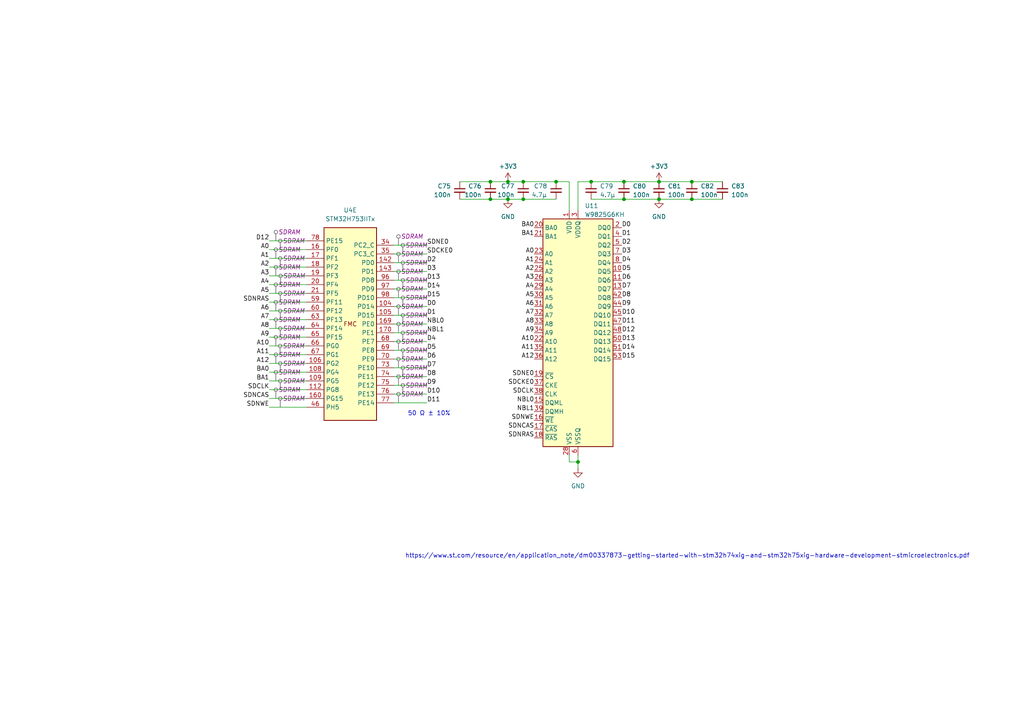
<source format=kicad_sch>
(kicad_sch
	(version 20250114)
	(generator "eeschema")
	(generator_version "9.0")
	(uuid "0913989b-2efd-446d-8300-e7223acbb6bb")
	(paper "A4")
	
	(text "https://www.st.com/resource/en/application_note/dm00337873-getting-started-with-stm32h74xig-and-stm32h75xig-hardware-development-stmicroelectronics.pdf"
		(exclude_from_sim no)
		(at 199.39 161.29 0)
		(effects
			(font
				(size 1.27 1.27)
			)
		)
		(uuid "121a3812-22bd-400b-881f-aded0ed11834")
	)
	(text "50 Ω ± 10%"
		(exclude_from_sim no)
		(at 124.46 120.015 0)
		(effects
			(font
				(size 1.27 1.27)
			)
		)
		(uuid "a7693343-63e5-4bda-bd9f-4b95d66232f6")
	)
	(junction
		(at 151.765 52.705)
		(diameter 0)
		(color 0 0 0 0)
		(uuid "0aa69484-f14c-4d2f-988a-b5e00e4dc40f")
	)
	(junction
		(at 147.32 57.785)
		(diameter 0)
		(color 0 0 0 0)
		(uuid "11befee0-d1a2-45b0-99a7-cc5adc83194e")
	)
	(junction
		(at 191.135 52.705)
		(diameter 0)
		(color 0 0 0 0)
		(uuid "27ce5823-6af6-4015-9a21-24aca58abe74")
	)
	(junction
		(at 142.24 52.705)
		(diameter 0)
		(color 0 0 0 0)
		(uuid "2fbc1244-9b2d-45f4-ba0a-565e5f98c75b")
	)
	(junction
		(at 200.66 52.705)
		(diameter 0)
		(color 0 0 0 0)
		(uuid "30663f78-54af-461f-b8b1-a2669210ff7a")
	)
	(junction
		(at 151.765 57.785)
		(diameter 0)
		(color 0 0 0 0)
		(uuid "33feda7a-3e87-47b0-90ec-e646e78bd1d7")
	)
	(junction
		(at 180.975 57.785)
		(diameter 0)
		(color 0 0 0 0)
		(uuid "45beedf7-5ac3-435a-9a12-82ac83e58923")
	)
	(junction
		(at 167.64 133.985)
		(diameter 0)
		(color 0 0 0 0)
		(uuid "53f3f723-1624-422f-acba-bdd0493a4f41")
	)
	(junction
		(at 180.975 52.705)
		(diameter 0)
		(color 0 0 0 0)
		(uuid "5a0faf0c-ac9c-48e8-853e-40b9e39c20d6")
	)
	(junction
		(at 142.24 57.785)
		(diameter 0)
		(color 0 0 0 0)
		(uuid "8abc452b-4745-4af1-b367-b574916fa45b")
	)
	(junction
		(at 171.45 52.705)
		(diameter 0)
		(color 0 0 0 0)
		(uuid "94e152f6-54a2-4cb6-9522-7b6fb9801810")
	)
	(junction
		(at 191.135 57.785)
		(diameter 0)
		(color 0 0 0 0)
		(uuid "9d492881-f5a7-4070-9bb2-05d9f7015db0")
	)
	(junction
		(at 147.32 52.705)
		(diameter 0)
		(color 0 0 0 0)
		(uuid "bf5e8da2-57ea-4b44-9bcd-e18758a39bc6")
	)
	(junction
		(at 200.66 57.785)
		(diameter 0)
		(color 0 0 0 0)
		(uuid "d09b2dfc-f9c8-45c8-8c8a-d981948d8c11")
	)
	(junction
		(at 161.29 52.705)
		(diameter 0)
		(color 0 0 0 0)
		(uuid "dd8f503a-20e8-4ae4-824b-6177ce44cb3e")
	)
	(wire
		(pts
			(xy 167.64 133.985) (xy 167.64 135.89)
		)
		(stroke
			(width 0)
			(type default)
		)
		(uuid "058f8f2c-a46b-4cc8-a15c-2f38b1d318be")
	)
	(wire
		(pts
			(xy 114.3 73.66) (xy 123.825 73.66)
		)
		(stroke
			(width 0)
			(type default)
		)
		(uuid "0675a0a7-55b2-465c-88e4-c2b52ca4a95f")
	)
	(wire
		(pts
			(xy 133.35 57.785) (xy 142.24 57.785)
		)
		(stroke
			(width 0)
			(type default)
		)
		(uuid "080ed248-06e3-43d6-930d-0132f7cdabba")
	)
	(wire
		(pts
			(xy 147.32 57.785) (xy 151.765 57.785)
		)
		(stroke
			(width 0)
			(type default)
		)
		(uuid "09dd5183-0929-4185-80b9-72958272d40a")
	)
	(wire
		(pts
			(xy 142.24 52.705) (xy 147.32 52.705)
		)
		(stroke
			(width 0)
			(type default)
		)
		(uuid "117b0530-3ccb-4aec-9cf8-172d858796e2")
	)
	(wire
		(pts
			(xy 165.1 52.705) (xy 165.1 60.96)
		)
		(stroke
			(width 0)
			(type default)
		)
		(uuid "155178a5-7148-42a1-95bc-8628b37deadf")
	)
	(wire
		(pts
			(xy 78.105 110.49) (xy 88.9 110.49)
		)
		(stroke
			(width 0)
			(type default)
		)
		(uuid "15f766ee-30b1-47f2-9bd2-347dbd2924fc")
	)
	(wire
		(pts
			(xy 191.135 57.785) (xy 200.66 57.785)
		)
		(stroke
			(width 0)
			(type default)
		)
		(uuid "164fadb8-13c8-40b8-bf6c-ad33a31cf37a")
	)
	(wire
		(pts
			(xy 114.3 86.36) (xy 123.825 86.36)
		)
		(stroke
			(width 0)
			(type default)
		)
		(uuid "17d55c96-be82-4b9a-95ee-05f8fd474e5b")
	)
	(wire
		(pts
			(xy 167.64 132.08) (xy 167.64 133.985)
		)
		(stroke
			(width 0)
			(type default)
		)
		(uuid "1a8c918f-93ef-4057-9cb6-0ffb43e46534")
	)
	(wire
		(pts
			(xy 78.105 87.63) (xy 88.9 87.63)
		)
		(stroke
			(width 0)
			(type default)
		)
		(uuid "1a91cd41-6e70-4e8f-ae24-aa343aa81b9b")
	)
	(wire
		(pts
			(xy 78.105 92.71) (xy 88.9 92.71)
		)
		(stroke
			(width 0)
			(type default)
		)
		(uuid "1c5c3835-53db-4f46-afe8-996f87f783a3")
	)
	(wire
		(pts
			(xy 161.29 52.705) (xy 165.1 52.705)
		)
		(stroke
			(width 0)
			(type default)
		)
		(uuid "252ff9d6-d9b2-4bfc-a0ee-c0fe5c04ead4")
	)
	(wire
		(pts
			(xy 167.64 60.96) (xy 167.64 52.705)
		)
		(stroke
			(width 0)
			(type default)
		)
		(uuid "2c06a41b-3aac-4d5b-8e5d-94bc3a45c84c")
	)
	(wire
		(pts
			(xy 114.3 106.68) (xy 123.825 106.68)
		)
		(stroke
			(width 0)
			(type default)
		)
		(uuid "2fc244d4-56fc-4471-a6ff-94df4745e812")
	)
	(wire
		(pts
			(xy 114.3 78.74) (xy 123.825 78.74)
		)
		(stroke
			(width 0)
			(type default)
		)
		(uuid "30af72c5-5e02-4ed4-8129-579909937a6a")
	)
	(wire
		(pts
			(xy 78.105 69.85) (xy 88.9 69.85)
		)
		(stroke
			(width 0)
			(type default)
		)
		(uuid "3377f3f7-e58a-4842-a859-6419e876efe9")
	)
	(wire
		(pts
			(xy 180.975 52.705) (xy 191.135 52.705)
		)
		(stroke
			(width 0)
			(type default)
		)
		(uuid "338db336-0ea9-41a9-8017-94538d92c6ef")
	)
	(wire
		(pts
			(xy 114.3 104.14) (xy 123.825 104.14)
		)
		(stroke
			(width 0)
			(type default)
		)
		(uuid "3629cbaf-f246-4602-8480-9734182d2170")
	)
	(wire
		(pts
			(xy 114.3 76.2) (xy 123.825 76.2)
		)
		(stroke
			(width 0)
			(type default)
		)
		(uuid "3738b011-c129-4bac-9838-701252f3ee6a")
	)
	(wire
		(pts
			(xy 142.24 57.785) (xy 147.32 57.785)
		)
		(stroke
			(width 0)
			(type default)
		)
		(uuid "3af0ab08-23e1-4963-9a46-5ad0569a79c6")
	)
	(wire
		(pts
			(xy 78.105 105.41) (xy 88.9 105.41)
		)
		(stroke
			(width 0)
			(type default)
		)
		(uuid "3b9164a2-ba57-4cab-a433-3ba24f8d9f98")
	)
	(wire
		(pts
			(xy 191.135 52.705) (xy 200.66 52.705)
		)
		(stroke
			(width 0)
			(type default)
		)
		(uuid "3d4ab797-391b-410c-ba12-85cc0a0ce1cc")
	)
	(wire
		(pts
			(xy 78.105 80.01) (xy 88.9 80.01)
		)
		(stroke
			(width 0)
			(type default)
		)
		(uuid "3e34e1af-0808-4aeb-9e96-815389881c8e")
	)
	(wire
		(pts
			(xy 200.66 52.705) (xy 209.55 52.705)
		)
		(stroke
			(width 0)
			(type default)
		)
		(uuid "478b0e7b-ed93-4884-813e-b5ba7b4e3fe4")
	)
	(wire
		(pts
			(xy 114.3 81.28) (xy 123.825 81.28)
		)
		(stroke
			(width 0)
			(type default)
		)
		(uuid "4bb367c3-ee7e-4ff0-9316-ad335976d792")
	)
	(wire
		(pts
			(xy 114.3 88.9) (xy 123.825 88.9)
		)
		(stroke
			(width 0)
			(type default)
		)
		(uuid "4cc12404-b601-4108-90ea-949b5c93c517")
	)
	(wire
		(pts
			(xy 133.35 52.705) (xy 142.24 52.705)
		)
		(stroke
			(width 0)
			(type default)
		)
		(uuid "5a549bcb-03da-4709-8ac1-4704b034e93d")
	)
	(wire
		(pts
			(xy 78.105 97.79) (xy 88.9 97.79)
		)
		(stroke
			(width 0)
			(type default)
		)
		(uuid "5d948629-a164-48fc-bc7e-8369979bed75")
	)
	(wire
		(pts
			(xy 114.3 83.82) (xy 123.825 83.82)
		)
		(stroke
			(width 0)
			(type default)
		)
		(uuid "6421b8f9-d0ff-4c8b-a97d-49ccb33fe523")
	)
	(wire
		(pts
			(xy 78.105 102.87) (xy 88.9 102.87)
		)
		(stroke
			(width 0)
			(type default)
		)
		(uuid "65cf59a5-f8ad-4ba2-9742-7e859c4b6a00")
	)
	(wire
		(pts
			(xy 171.45 52.705) (xy 180.975 52.705)
		)
		(stroke
			(width 0)
			(type default)
		)
		(uuid "69870482-4f80-4c80-88ab-bd840453ce69")
	)
	(wire
		(pts
			(xy 114.3 93.98) (xy 123.825 93.98)
		)
		(stroke
			(width 0)
			(type default)
		)
		(uuid "6a16892f-d692-4084-a0ec-9ea54832ce73")
	)
	(wire
		(pts
			(xy 165.1 132.08) (xy 165.1 133.985)
		)
		(stroke
			(width 0)
			(type default)
		)
		(uuid "70cb0efd-a0a5-4c93-ae47-2d36e3cc3174")
	)
	(wire
		(pts
			(xy 78.105 100.33) (xy 88.9 100.33)
		)
		(stroke
			(width 0)
			(type default)
		)
		(uuid "7102a4df-2ad8-475c-a6f0-e0c8d298bb62")
	)
	(wire
		(pts
			(xy 78.105 113.03) (xy 88.9 113.03)
		)
		(stroke
			(width 0)
			(type default)
		)
		(uuid "719d0f14-55a6-41b0-b77d-a65a70ef44ad")
	)
	(wire
		(pts
			(xy 167.64 52.705) (xy 171.45 52.705)
		)
		(stroke
			(width 0)
			(type default)
		)
		(uuid "72cdd14e-0c46-4139-8a1f-cd045dd05d8a")
	)
	(wire
		(pts
			(xy 78.105 77.47) (xy 88.9 77.47)
		)
		(stroke
			(width 0)
			(type default)
		)
		(uuid "735a2a9a-9e90-4930-a46c-c8a733a02b78")
	)
	(wire
		(pts
			(xy 165.1 133.985) (xy 167.64 133.985)
		)
		(stroke
			(width 0)
			(type default)
		)
		(uuid "736c49fa-6a8c-4466-baa0-959c59b38a6c")
	)
	(wire
		(pts
			(xy 114.3 116.84) (xy 123.825 116.84)
		)
		(stroke
			(width 0)
			(type default)
		)
		(uuid "748eb911-6534-4685-83b6-d40b388a7243")
	)
	(wire
		(pts
			(xy 78.105 90.17) (xy 88.9 90.17)
		)
		(stroke
			(width 0)
			(type default)
		)
		(uuid "7c13b3a8-1c59-409f-bddd-4b12f43aaf5e")
	)
	(wire
		(pts
			(xy 151.765 57.785) (xy 161.29 57.785)
		)
		(stroke
			(width 0)
			(type default)
		)
		(uuid "7f7ff86a-6e63-4a81-9dc5-4018f9bdd9e2")
	)
	(wire
		(pts
			(xy 114.3 101.6) (xy 123.825 101.6)
		)
		(stroke
			(width 0)
			(type default)
		)
		(uuid "84d1743c-d17f-4328-8dc5-c263e10c222d")
	)
	(wire
		(pts
			(xy 114.3 71.12) (xy 123.825 71.12)
		)
		(stroke
			(width 0)
			(type default)
		)
		(uuid "89a9067f-7786-493a-849d-db284a9ec3d1")
	)
	(wire
		(pts
			(xy 114.3 96.52) (xy 123.825 96.52)
		)
		(stroke
			(width 0)
			(type default)
		)
		(uuid "9bb6af4c-caeb-4eab-a910-e3f182165582")
	)
	(wire
		(pts
			(xy 78.105 74.93) (xy 88.9 74.93)
		)
		(stroke
			(width 0)
			(type default)
		)
		(uuid "a31097b4-5873-41c0-9e4e-d814efffd65a")
	)
	(wire
		(pts
			(xy 151.765 52.705) (xy 161.29 52.705)
		)
		(stroke
			(width 0)
			(type default)
		)
		(uuid "a7824cb8-bf75-4f13-a8b9-fa392e816904")
	)
	(wire
		(pts
			(xy 114.3 114.3) (xy 123.825 114.3)
		)
		(stroke
			(width 0)
			(type default)
		)
		(uuid "aa5f3893-1e06-433d-9cf5-b78c8ccaa624")
	)
	(wire
		(pts
			(xy 171.45 57.785) (xy 180.975 57.785)
		)
		(stroke
			(width 0)
			(type default)
		)
		(uuid "ac0d8c0a-3aeb-4891-aefd-31f25bdb4daf")
	)
	(wire
		(pts
			(xy 78.105 85.09) (xy 88.9 85.09)
		)
		(stroke
			(width 0)
			(type default)
		)
		(uuid "ac5fce5b-8c50-42c3-be42-26f32d36da99")
	)
	(wire
		(pts
			(xy 114.3 99.06) (xy 123.825 99.06)
		)
		(stroke
			(width 0)
			(type default)
		)
		(uuid "b1561d85-ab3d-46bd-812b-7493752a176f")
	)
	(wire
		(pts
			(xy 78.105 118.11) (xy 88.9 118.11)
		)
		(stroke
			(width 0)
			(type default)
		)
		(uuid "b1c39eb4-56ac-49db-a8c6-40e383918df3")
	)
	(wire
		(pts
			(xy 147.32 52.705) (xy 151.765 52.705)
		)
		(stroke
			(width 0)
			(type default)
		)
		(uuid "baab7302-9487-4bf9-a2eb-1b59e0c90902")
	)
	(wire
		(pts
			(xy 78.105 82.55) (xy 88.9 82.55)
		)
		(stroke
			(width 0)
			(type default)
		)
		(uuid "bd3ca4cc-502b-42ed-b2de-835287a5b7a3")
	)
	(wire
		(pts
			(xy 114.3 91.44) (xy 123.825 91.44)
		)
		(stroke
			(width 0)
			(type default)
		)
		(uuid "cf22a814-13a2-41f2-ba84-64f5d9cc5746")
	)
	(wire
		(pts
			(xy 78.105 95.25) (xy 88.9 95.25)
		)
		(stroke
			(width 0)
			(type default)
		)
		(uuid "d791f195-0634-4a16-9735-2f51fae5a5b7")
	)
	(wire
		(pts
			(xy 180.975 57.785) (xy 191.135 57.785)
		)
		(stroke
			(width 0)
			(type default)
		)
		(uuid "d89233d2-649d-47a3-821c-32a9b31f9df3")
	)
	(wire
		(pts
			(xy 78.105 107.95) (xy 88.9 107.95)
		)
		(stroke
			(width 0)
			(type default)
		)
		(uuid "d8ec4f49-8782-4c54-a6f4-b8cb606fca5b")
	)
	(wire
		(pts
			(xy 114.3 109.22) (xy 123.825 109.22)
		)
		(stroke
			(width 0)
			(type default)
		)
		(uuid "dfc6dd18-d906-47dc-9065-3e55e0cbc91e")
	)
	(wire
		(pts
			(xy 78.105 72.39) (xy 88.9 72.39)
		)
		(stroke
			(width 0)
			(type default)
		)
		(uuid "e0856081-ab6c-471f-8ffa-cbaa63921a51")
	)
	(wire
		(pts
			(xy 78.105 115.57) (xy 88.9 115.57)
		)
		(stroke
			(width 0)
			(type default)
		)
		(uuid "e4535f87-8ad8-4e5e-8e34-f13b3fa4e802")
	)
	(wire
		(pts
			(xy 114.3 111.76) (xy 123.825 111.76)
		)
		(stroke
			(width 0)
			(type default)
		)
		(uuid "ef2f323c-175d-40da-9f9c-1a6a4c31ae89")
	)
	(wire
		(pts
			(xy 200.66 57.785) (xy 209.55 57.785)
		)
		(stroke
			(width 0)
			(type default)
		)
		(uuid "f0012eb3-c4ad-4698-aaae-bb0803b9475f")
	)
	(label "D12"
		(at 78.105 69.85 180)
		(effects
			(font
				(size 1.27 1.27)
			)
			(justify right bottom)
		)
		(uuid "0148ff1c-802a-4b5c-87a0-2768f63d09a4")
	)
	(label "D1"
		(at 123.825 91.44 0)
		(effects
			(font
				(size 1.27 1.27)
			)
			(justify left bottom)
		)
		(uuid "06cb09c2-6508-4990-a806-0958b97fc858")
	)
	(label "A5"
		(at 78.105 85.09 180)
		(effects
			(font
				(size 1.27 1.27)
			)
			(justify right bottom)
		)
		(uuid "0941aa11-9296-42fc-8947-f29908db3124")
	)
	(label "A6"
		(at 78.105 90.17 180)
		(effects
			(font
				(size 1.27 1.27)
			)
			(justify right bottom)
		)
		(uuid "15f17cf4-7fbb-4d7c-9fa6-03037f7baa41")
	)
	(label "SDCKE0"
		(at 154.94 111.76 180)
		(effects
			(font
				(size 1.27 1.27)
			)
			(justify right bottom)
		)
		(uuid "1638c7d9-500f-4a1e-a00d-6a4951314378")
	)
	(label "D7"
		(at 180.34 83.82 0)
		(effects
			(font
				(size 1.27 1.27)
			)
			(justify left bottom)
		)
		(uuid "1a0e440a-1769-43ea-876a-ae9d74ee52f3")
	)
	(label "D9"
		(at 123.825 111.76 0)
		(effects
			(font
				(size 1.27 1.27)
			)
			(justify left bottom)
		)
		(uuid "21908c11-ad25-43b4-9392-e1c078a4705b")
	)
	(label "SDCLK"
		(at 78.105 113.03 180)
		(effects
			(font
				(size 1.27 1.27)
			)
			(justify right bottom)
		)
		(uuid "25cb6843-c5df-46da-86e8-968cba44fe2b")
	)
	(label "SDNCAS"
		(at 78.105 115.57 180)
		(effects
			(font
				(size 1.27 1.27)
			)
			(justify right bottom)
		)
		(uuid "2b71e796-0e65-4d3b-9204-19ff36a6f108")
	)
	(label "A2"
		(at 78.105 77.47 180)
		(effects
			(font
				(size 1.27 1.27)
			)
			(justify right bottom)
		)
		(uuid "2d32f54a-c8a4-4bfd-b32d-de4bbeabe75d")
	)
	(label "A3"
		(at 78.105 80.01 180)
		(effects
			(font
				(size 1.27 1.27)
			)
			(justify right bottom)
		)
		(uuid "3492a51d-2fec-4e46-93f1-bb5c390ce868")
	)
	(label "A0"
		(at 78.105 72.39 180)
		(effects
			(font
				(size 1.27 1.27)
			)
			(justify right bottom)
		)
		(uuid "36e4077e-9f4c-4407-b356-ab0c9f9f81ae")
	)
	(label "A11"
		(at 78.105 102.87 180)
		(effects
			(font
				(size 1.27 1.27)
			)
			(justify right bottom)
		)
		(uuid "38143824-fc0e-4486-bf53-aef063a6fe3e")
	)
	(label "D3"
		(at 123.825 78.74 0)
		(effects
			(font
				(size 1.27 1.27)
			)
			(justify left bottom)
		)
		(uuid "393e4245-b609-447d-b906-7f4d563915a0")
	)
	(label "NBL1"
		(at 123.825 96.52 0)
		(effects
			(font
				(size 1.27 1.27)
			)
			(justify left bottom)
		)
		(uuid "3a9fd6e6-e8e1-4cc9-8770-bb925eca4279")
	)
	(label "SDNE0"
		(at 123.825 71.12 0)
		(effects
			(font
				(size 1.27 1.27)
			)
			(justify left bottom)
		)
		(uuid "40eb25ea-6771-49dc-9498-f3ae1b9ca5ff")
	)
	(label "D6"
		(at 123.825 104.14 0)
		(effects
			(font
				(size 1.27 1.27)
			)
			(justify left bottom)
		)
		(uuid "41cecaa5-128e-4bce-ae82-e77692b24869")
	)
	(label "D8"
		(at 180.34 86.36 0)
		(effects
			(font
				(size 1.27 1.27)
			)
			(justify left bottom)
		)
		(uuid "4457e67b-5b98-4aa7-985a-6d40a322a70d")
	)
	(label "NBL1"
		(at 154.94 119.38 180)
		(effects
			(font
				(size 1.27 1.27)
			)
			(justify right bottom)
		)
		(uuid "45ac0c0a-4c6e-461d-8e74-df7b2e9e1cb7")
	)
	(label "A5"
		(at 154.94 86.36 180)
		(effects
			(font
				(size 1.27 1.27)
			)
			(justify right bottom)
		)
		(uuid "45c71e89-7619-4845-8168-c2f3fac00389")
	)
	(label "SDCKE0"
		(at 123.825 73.66 0)
		(effects
			(font
				(size 1.27 1.27)
			)
			(justify left bottom)
		)
		(uuid "4abb3ef1-a022-4fe2-8c00-960edf75cbea")
	)
	(label "D15"
		(at 123.825 86.36 0)
		(effects
			(font
				(size 1.27 1.27)
			)
			(justify left bottom)
		)
		(uuid "4b0902ac-0e43-497a-9ee7-6a4cd1bca6da")
	)
	(label "A10"
		(at 154.94 99.06 180)
		(effects
			(font
				(size 1.27 1.27)
			)
			(justify right bottom)
		)
		(uuid "4c29ca21-8cfc-4f91-b339-80229decd2af")
	)
	(label "SDNCAS"
		(at 154.94 124.46 180)
		(effects
			(font
				(size 1.27 1.27)
			)
			(justify right bottom)
		)
		(uuid "4dfc98cd-8e56-4725-ab1a-b5f5ffd03048")
	)
	(label "SDNWE"
		(at 78.105 118.11 180)
		(effects
			(font
				(size 1.27 1.27)
			)
			(justify right bottom)
		)
		(uuid "4eda3f7f-5409-4a2a-9ba6-00d5c532b3b8")
	)
	(label "D12"
		(at 180.34 96.52 0)
		(effects
			(font
				(size 1.27 1.27)
			)
			(justify left bottom)
		)
		(uuid "4ee20a3c-d4e6-4f6a-bd2e-505232c319a9")
	)
	(label "A8"
		(at 78.105 95.25 180)
		(effects
			(font
				(size 1.27 1.27)
			)
			(justify right bottom)
		)
		(uuid "513ac848-c506-4937-9c58-9ce752ab7cba")
	)
	(label "A12"
		(at 78.105 105.41 180)
		(effects
			(font
				(size 1.27 1.27)
			)
			(justify right bottom)
		)
		(uuid "56926d10-ce90-41f7-b3f8-b1c8953f8773")
	)
	(label "D5"
		(at 123.825 101.6 0)
		(effects
			(font
				(size 1.27 1.27)
			)
			(justify left bottom)
		)
		(uuid "59049c41-a3fa-4111-b29e-77125bddbf2c")
	)
	(label "A10"
		(at 78.105 100.33 180)
		(effects
			(font
				(size 1.27 1.27)
			)
			(justify right bottom)
		)
		(uuid "59aa6d58-8a73-4be6-ac42-c56869f8bfe5")
	)
	(label "A12"
		(at 154.94 104.14 180)
		(effects
			(font
				(size 1.27 1.27)
			)
			(justify right bottom)
		)
		(uuid "59eadc59-5da9-492d-b4cb-74a124f5bd39")
	)
	(label "BA0"
		(at 154.94 66.04 180)
		(effects
			(font
				(size 1.27 1.27)
			)
			(justify right bottom)
		)
		(uuid "5a1c4677-e92e-496f-938d-5b0499925bb3")
	)
	(label "A7"
		(at 154.94 91.44 180)
		(effects
			(font
				(size 1.27 1.27)
			)
			(justify right bottom)
		)
		(uuid "5ae47d2a-3b28-406e-8fcd-452e509cd35f")
	)
	(label "D2"
		(at 180.34 71.12 0)
		(effects
			(font
				(size 1.27 1.27)
			)
			(justify left bottom)
		)
		(uuid "5cb57f0f-6268-403e-a348-c473c2478daf")
	)
	(label "NBL0"
		(at 154.94 116.84 180)
		(effects
			(font
				(size 1.27 1.27)
			)
			(justify right bottom)
		)
		(uuid "6009ff1d-3f06-4de7-b006-789847dfeded")
	)
	(label "D4"
		(at 180.34 76.2 0)
		(effects
			(font
				(size 1.27 1.27)
			)
			(justify left bottom)
		)
		(uuid "6317de6c-01b3-4050-81c9-b8070aa25c2b")
	)
	(label "D14"
		(at 123.825 83.82 0)
		(effects
			(font
				(size 1.27 1.27)
			)
			(justify left bottom)
		)
		(uuid "6573dae9-d4cf-4279-8abf-3d100fbd8fb2")
	)
	(label "A6"
		(at 154.94 88.9 180)
		(effects
			(font
				(size 1.27 1.27)
			)
			(justify right bottom)
		)
		(uuid "6826ccf0-21c6-4d35-992d-ce08198a5334")
	)
	(label "D6"
		(at 180.34 81.28 0)
		(effects
			(font
				(size 1.27 1.27)
			)
			(justify left bottom)
		)
		(uuid "6aa5b2c4-13aa-4ffd-b89c-5b22a0f5d27c")
	)
	(label "BA0"
		(at 78.105 107.95 180)
		(effects
			(font
				(size 1.27 1.27)
			)
			(justify right bottom)
		)
		(uuid "6b9f2fe1-f355-4237-bb7e-7598aadc0560")
	)
	(label "A9"
		(at 78.105 97.79 180)
		(effects
			(font
				(size 1.27 1.27)
			)
			(justify right bottom)
		)
		(uuid "6dfc2139-ee9c-4ead-8018-b2ba0b84f9dc")
	)
	(label "D9"
		(at 180.34 88.9 0)
		(effects
			(font
				(size 1.27 1.27)
			)
			(justify left bottom)
		)
		(uuid "6f00e29a-e82c-4540-a4fe-04abaeee488f")
	)
	(label "A11"
		(at 154.94 101.6 180)
		(effects
			(font
				(size 1.27 1.27)
			)
			(justify right bottom)
		)
		(uuid "70153028-d456-4278-8e63-1e02e11aeadb")
	)
	(label "D0"
		(at 123.825 88.9 0)
		(effects
			(font
				(size 1.27 1.27)
			)
			(justify left bottom)
		)
		(uuid "72919f97-fb5d-466c-a04b-10d6e10d69c6")
	)
	(label "D15"
		(at 180.34 104.14 0)
		(effects
			(font
				(size 1.27 1.27)
			)
			(justify left bottom)
		)
		(uuid "74c938b9-4a89-404d-b445-53ee8920cac6")
	)
	(label "D0"
		(at 180.34 66.04 0)
		(effects
			(font
				(size 1.27 1.27)
			)
			(justify left bottom)
		)
		(uuid "76dde709-3a15-4237-8542-7209bc12ecd6")
	)
	(label "D2"
		(at 123.825 76.2 0)
		(effects
			(font
				(size 1.27 1.27)
			)
			(justify left bottom)
		)
		(uuid "78de6bf3-0fd9-4dca-aa4c-1c7fabad124d")
	)
	(label "SDCLK"
		(at 154.94 114.3 180)
		(effects
			(font
				(size 1.27 1.27)
			)
			(justify right bottom)
		)
		(uuid "82000398-a4c2-45ad-ac53-caaef3c3e3e2")
	)
	(label "A3"
		(at 154.94 81.28 180)
		(effects
			(font
				(size 1.27 1.27)
			)
			(justify right bottom)
		)
		(uuid "88d0b4b1-6fc4-4291-b24e-507556bad874")
	)
	(label "D11"
		(at 123.825 116.84 0)
		(effects
			(font
				(size 1.27 1.27)
			)
			(justify left bottom)
		)
		(uuid "8a55056b-ea04-4d1f-a4ab-bbe27720b48f")
	)
	(label "D14"
		(at 180.34 101.6 0)
		(effects
			(font
				(size 1.27 1.27)
			)
			(justify left bottom)
		)
		(uuid "8b46704e-5f67-49e0-9c95-3d78cf3e4d5b")
	)
	(label "D13"
		(at 123.825 81.28 0)
		(effects
			(font
				(size 1.27 1.27)
			)
			(justify left bottom)
		)
		(uuid "8c014b5b-cc1d-46a9-9ab5-3f55257ed521")
	)
	(label "A4"
		(at 78.105 82.55 180)
		(effects
			(font
				(size 1.27 1.27)
			)
			(justify right bottom)
		)
		(uuid "8d7ca9ec-e657-42bb-aedd-c88a8fcb1e0d")
	)
	(label "D5"
		(at 180.34 78.74 0)
		(effects
			(font
				(size 1.27 1.27)
			)
			(justify left bottom)
		)
		(uuid "8d7d1b96-7414-4fc0-8313-14d7648d68e8")
	)
	(label "SDNRAS"
		(at 78.105 87.63 180)
		(effects
			(font
				(size 1.27 1.27)
			)
			(justify right bottom)
		)
		(uuid "8dac3b17-c085-4dc4-879e-1d935c637f96")
	)
	(label "A2"
		(at 154.94 78.74 180)
		(effects
			(font
				(size 1.27 1.27)
			)
			(justify right bottom)
		)
		(uuid "998567a5-8f1c-4683-ade1-b250df05f6ad")
	)
	(label "D7"
		(at 123.825 106.68 0)
		(effects
			(font
				(size 1.27 1.27)
			)
			(justify left bottom)
		)
		(uuid "a1c4a694-bdcd-4d3c-9318-e9ee53e960d9")
	)
	(label "D11"
		(at 180.34 93.98 0)
		(effects
			(font
				(size 1.27 1.27)
			)
			(justify left bottom)
		)
		(uuid "a2deb507-7bf3-432e-8e2d-5f74bb6ef920")
	)
	(label "D13"
		(at 180.34 99.06 0)
		(effects
			(font
				(size 1.27 1.27)
			)
			(justify left bottom)
		)
		(uuid "a668203f-c64d-4a1c-b18e-81c9809f7f8c")
	)
	(label "D3"
		(at 180.34 73.66 0)
		(effects
			(font
				(size 1.27 1.27)
			)
			(justify left bottom)
		)
		(uuid "ab2bee55-6239-47aa-ab4b-ea42ccb99270")
	)
	(label "A1"
		(at 78.105 74.93 180)
		(effects
			(font
				(size 1.27 1.27)
			)
			(justify right bottom)
		)
		(uuid "aff7619a-0e73-4feb-a896-5b5914297aaf")
	)
	(label "D10"
		(at 123.825 114.3 0)
		(effects
			(font
				(size 1.27 1.27)
			)
			(justify left bottom)
		)
		(uuid "b45b765a-41e6-41d5-b967-4411db39a889")
	)
	(label "BA1"
		(at 154.94 68.58 180)
		(effects
			(font
				(size 1.27 1.27)
			)
			(justify right bottom)
		)
		(uuid "b75904f6-234c-4a4f-880f-eab35a2f4eb2")
	)
	(label "D8"
		(at 123.825 109.22 0)
		(effects
			(font
				(size 1.27 1.27)
			)
			(justify left bottom)
		)
		(uuid "ba4848a3-5b64-4f27-a85f-d800cf574e22")
	)
	(label "A0"
		(at 154.94 73.66 180)
		(effects
			(font
				(size 1.27 1.27)
			)
			(justify right bottom)
		)
		(uuid "c08a8765-9ef4-45ee-b56a-1b014d9864ec")
	)
	(label "A7"
		(at 78.105 92.71 180)
		(effects
			(font
				(size 1.27 1.27)
			)
			(justify right bottom)
		)
		(uuid "c1ed32a1-65a9-47fc-85b4-59452bb2ab0e")
	)
	(label "A9"
		(at 154.94 96.52 180)
		(effects
			(font
				(size 1.27 1.27)
			)
			(justify right bottom)
		)
		(uuid "c5d75c82-5a43-48f6-a443-81f9e534a004")
	)
	(label "A8"
		(at 154.94 93.98 180)
		(effects
			(font
				(size 1.27 1.27)
			)
			(justify right bottom)
		)
		(uuid "cd4c8f2b-3477-4834-aa89-43b1801ff30e")
	)
	(label "D1"
		(at 180.34 68.58 0)
		(effects
			(font
				(size 1.27 1.27)
			)
			(justify left bottom)
		)
		(uuid "ce380d0d-d666-470d-ae69-a6dfa300be2a")
	)
	(label "SDNWE"
		(at 154.94 121.92 180)
		(effects
			(font
				(size 1.27 1.27)
			)
			(justify right bottom)
		)
		(uuid "d1b1a6db-78b5-4c15-88a5-e400a8c2725b")
	)
	(label "D4"
		(at 123.825 99.06 0)
		(effects
			(font
				(size 1.27 1.27)
			)
			(justify left bottom)
		)
		(uuid "d781b2f0-7cb6-4c5e-8169-8e8139773722")
	)
	(label "A1"
		(at 154.94 76.2 180)
		(effects
			(font
				(size 1.27 1.27)
			)
			(justify right bottom)
		)
		(uuid "e33db6a4-57e4-474f-9d2d-4cf59e01794b")
	)
	(label "SDNE0"
		(at 154.94 109.22 180)
		(effects
			(font
				(size 1.27 1.27)
			)
			(justify right bottom)
		)
		(uuid "e8ddd02c-521f-4db1-ac16-a6b566f0f2de")
	)
	(label "SDNRAS"
		(at 154.94 127 180)
		(effects
			(font
				(size 1.27 1.27)
			)
			(justify right bottom)
		)
		(uuid "ef0fc81c-1a52-43ab-b931-f4d275bbd13f")
	)
	(label "D10"
		(at 180.34 91.44 0)
		(effects
			(font
				(size 1.27 1.27)
			)
			(justify left bottom)
		)
		(uuid "f43d4dd0-e2a4-433b-b4de-937e7189b3d5")
	)
	(label "NBL0"
		(at 123.825 93.98 0)
		(effects
			(font
				(size 1.27 1.27)
			)
			(justify left bottom)
		)
		(uuid "fa0ad51c-b4e4-4bc5-825f-38de14ca8e6d")
	)
	(label "BA1"
		(at 78.105 110.49 180)
		(effects
			(font
				(size 1.27 1.27)
			)
			(justify right bottom)
		)
		(uuid "fa96986b-9eac-4c54-bee5-5f71896fbb61")
	)
	(label "A4"
		(at 154.94 83.82 180)
		(effects
			(font
				(size 1.27 1.27)
			)
			(justify right bottom)
		)
		(uuid "fc5695f4-b76f-459e-a4ba-c35a07dc77d2")
	)
	(netclass_flag ""
		(length 2.54)
		(shape round)
		(at 80.01 74.93 0)
		(fields_autoplaced yes)
		(effects
			(font
				(size 1.27 1.27)
			)
			(justify left bottom)
		)
		(uuid "034c554b-a48f-4353-8d3d-b19d60a9ad57")
		(property "Netclass" "SDRAM"
			(at 80.7085 72.39 0)
			(effects
				(font
					(size 1.27 1.27)
					(italic yes)
				)
				(justify left)
			)
		)
	)
	(netclass_flag ""
		(length 2.54)
		(shape round)
		(at 80.01 85.09 0)
		(fields_autoplaced yes)
		(effects
			(font
				(size 1.27 1.27)
			)
			(justify left bottom)
		)
		(uuid "0b86b4b1-0c41-48b9-91e6-b20ffeb6bfda")
		(property "Netclass" "SDRAM"
			(at 80.7085 82.55 0)
			(effects
				(font
					(size 1.27 1.27)
					(italic yes)
				)
				(justify left)
			)
		)
	)
	(netclass_flag ""
		(length 2.54)
		(shape round)
		(at 80.01 105.41 0)
		(fields_autoplaced yes)
		(effects
			(font
				(size 1.27 1.27)
			)
			(justify left bottom)
		)
		(uuid "10853d2a-4e1f-487f-b19b-0137ecb3f41c")
		(property "Netclass" "SDRAM"
			(at 80.7085 102.87 0)
			(effects
				(font
					(size 1.27 1.27)
					(italic yes)
				)
				(justify left)
			)
		)
	)
	(netclass_flag ""
		(length 2.54)
		(shape round)
		(at 81.28 72.39 0)
		(fields_autoplaced yes)
		(effects
			(font
				(size 1.27 1.27)
			)
			(justify left bottom)
		)
		(uuid "12f4b366-f0e1-40bb-b26a-34c96637bc77")
		(property "Netclass" "SDRAM"
			(at 81.9785 69.85 0)
			(effects
				(font
					(size 1.27 1.27)
					(italic yes)
				)
				(justify left)
			)
		)
	)
	(netclass_flag ""
		(length 2.54)
		(shape round)
		(at 81.2254 102.87 0)
		(fields_autoplaced yes)
		(effects
			(font
				(size 1.27 1.27)
			)
			(justify left bottom)
		)
		(uuid "1e30520e-e826-487b-b145-6b3104fcfead")
		(property "Netclass" "SDRAM"
			(at 81.9239 100.33 0)
			(effects
				(font
					(size 1.27 1.27)
					(italic yes)
				)
				(justify left)
			)
		)
	)
	(netclass_flag ""
		(length 2.54)
		(shape round)
		(at 115.57 106.68 0)
		(fields_autoplaced yes)
		(effects
			(font
				(size 1.27 1.27)
			)
			(justify left bottom)
		)
		(uuid "1ff7d4c3-58ae-4952-945d-024dff9e0340")
		(property "Netclass" "SDRAM"
			(at 116.2685 104.14 0)
			(effects
				(font
					(size 1.27 1.27)
					(italic yes)
				)
				(justify left)
			)
		)
	)
	(netclass_flag ""
		(length 2.54)
		(shape round)
		(at 81.28 77.47 0)
		(fields_autoplaced yes)
		(effects
			(font
				(size 1.27 1.27)
			)
			(justify left bottom)
		)
		(uuid "236a4052-0f75-47cf-a30b-861816f90fa2")
		(property "Netclass" "SDRAM"
			(at 81.9785 74.93 0)
			(effects
				(font
					(size 1.27 1.27)
					(italic yes)
				)
				(justify left)
			)
		)
	)
	(netclass_flag ""
		(length 2.54)
		(shape round)
		(at 115.57 96.52 0)
		(fields_autoplaced yes)
		(effects
			(font
				(size 1.27 1.27)
			)
			(justify left bottom)
		)
		(uuid "2a5cb88a-e37f-42d8-ad01-5ffb4c973a75")
		(property "Netclass" "SDRAM"
			(at 116.2685 93.98 0)
			(effects
				(font
					(size 1.27 1.27)
					(italic yes)
				)
				(justify left)
			)
		)
	)
	(netclass_flag ""
		(length 2.54)
		(shape round)
		(at 116.84 73.66 0)
		(fields_autoplaced yes)
		(effects
			(font
				(size 1.27 1.27)
			)
			(justify left bottom)
		)
		(uuid "37bc677b-f413-4481-aca4-44ad6f28a418")
		(property "Netclass" "SDRAM"
			(at 117.5385 71.12 0)
			(effects
				(font
					(size 1.27 1.27)
					(italic yes)
				)
				(justify left)
			)
		)
	)
	(netclass_flag ""
		(length 2.54)
		(shape round)
		(at 81.28 113.03 0)
		(fields_autoplaced yes)
		(effects
			(font
				(size 1.27 1.27)
			)
			(justify left bottom)
		)
		(uuid "38438e82-5916-4369-9819-88cd8734d697")
		(property "Netclass" "SDRAM"
			(at 81.9785 110.49 0)
			(effects
				(font
					(size 1.27 1.27)
					(italic yes)
				)
				(justify left)
			)
		)
	)
	(netclass_flag ""
		(length 2.54)
		(shape round)
		(at 80.01 100.33 0)
		(fields_autoplaced yes)
		(effects
			(font
				(size 1.27 1.27)
			)
			(justify left bottom)
		)
		(uuid "4497be58-93f3-4c59-b0b9-ee5f45773846")
		(property "Netclass" "SDRAM"
			(at 80.7085 97.79 0)
			(effects
				(font
					(size 1.27 1.27)
					(italic yes)
				)
				(justify left)
			)
		)
	)
	(netclass_flag ""
		(length 2.54)
		(shape round)
		(at 115.57 111.76 0)
		(fields_autoplaced yes)
		(effects
			(font
				(size 1.27 1.27)
			)
			(justify left bottom)
		)
		(uuid "4fa4bab6-b5b7-432b-979e-55ed1d5fc9f3")
		(property "Netclass" "SDRAM"
			(at 116.2685 109.22 0)
			(effects
				(font
					(size 1.27 1.27)
					(italic yes)
				)
				(justify left)
			)
		)
	)
	(netclass_flag ""
		(length 2.54)
		(shape round)
		(at 115.57 71.12 0)
		(fields_autoplaced yes)
		(effects
			(font
				(size 1.27 1.27)
			)
			(justify left bottom)
		)
		(uuid "5323971b-dca1-44a8-b8f8-3a0cd7753891")
		(property "Netclass" "SDRAM"
			(at 116.2685 68.58 0)
			(effects
				(font
					(size 1.27 1.27)
					(italic yes)
				)
				(justify left)
			)
		)
	)
	(netclass_flag ""
		(length 2.54)
		(shape round)
		(at 116.84 109.22 0)
		(fields_autoplaced yes)
		(effects
			(font
				(size 1.27 1.27)
			)
			(justify left bottom)
		)
		(uuid "550dc270-b41d-4eb0-92d1-5f1adc95c354")
		(property "Netclass" "SDRAM"
			(at 117.5385 106.68 0)
			(effects
				(font
					(size 1.27 1.27)
					(italic yes)
				)
				(justify left)
			)
		)
	)
	(netclass_flag ""
		(length 2.54)
		(shape round)
		(at 116.84 88.9 0)
		(fields_autoplaced yes)
		(effects
			(font
				(size 1.27 1.27)
			)
			(justify left bottom)
		)
		(uuid "5c5cadce-0761-4b49-94df-66c347c56eff")
		(property "Netclass" "SDRAM"
			(at 117.5385 86.36 0)
			(effects
				(font
					(size 1.27 1.27)
					(italic yes)
				)
				(justify left)
			)
		)
	)
	(netclass_flag ""
		(length 2.54)
		(shape round)
		(at 115.57 91.44 0)
		(fields_autoplaced yes)
		(effects
			(font
				(size 1.27 1.27)
			)
			(justify left bottom)
		)
		(uuid "5ce63a76-a05d-4657-8976-1273e8f766dd")
		(property "Netclass" "SDRAM"
			(at 116.2685 88.9 0)
			(effects
				(font
					(size 1.27 1.27)
					(italic yes)
				)
				(justify left)
			)
		)
	)
	(netclass_flag ""
		(length 2.54)
		(shape round)
		(at 81.28 87.63 0)
		(fields_autoplaced yes)
		(effects
			(font
				(size 1.27 1.27)
			)
			(justify left bottom)
		)
		(uuid "66483bd0-8c4a-4cfe-82ad-10e2c53214a1")
		(property "Netclass" "SDRAM"
			(at 81.9785 85.09 0)
			(effects
				(font
					(size 1.27 1.27)
					(italic yes)
				)
				(justify left)
			)
		)
	)
	(netclass_flag ""
		(length 2.54)
		(shape round)
		(at 116.84 93.98 0)
		(fields_autoplaced yes)
		(effects
			(font
				(size 1.27 1.27)
			)
			(justify left bottom)
		)
		(uuid "6aa5458d-7db9-48c6-9834-3bd62578f1d6")
		(property "Netclass" "SDRAM"
			(at 117.5385 91.44 0)
			(effects
				(font
					(size 1.27 1.27)
					(italic yes)
				)
				(justify left)
			)
		)
	)
	(netclass_flag ""
		(length 2.54)
		(shape round)
		(at 116.84 114.3 0)
		(fields_autoplaced yes)
		(effects
			(font
				(size 1.27 1.27)
			)
			(justify left bottom)
		)
		(uuid "797d3a47-8dda-4ff3-8d6c-199e052eb191")
		(property "Netclass" "SDRAM"
			(at 117.5385 111.76 0)
			(effects
				(font
					(size 1.27 1.27)
					(italic yes)
				)
				(justify left)
			)
		)
	)
	(netclass_flag ""
		(length 2.54)
		(shape round)
		(at 115.57 81.28 0)
		(fields_autoplaced yes)
		(effects
			(font
				(size 1.27 1.27)
			)
			(justify left bottom)
		)
		(uuid "8536c341-7cf2-44f8-95a8-a4fa26d5e928")
		(property "Netclass" "SDRAM"
			(at 116.2685 78.74 0)
			(effects
				(font
					(size 1.27 1.27)
					(italic yes)
				)
				(justify left)
			)
		)
	)
	(netclass_flag ""
		(length 2.54)
		(shape round)
		(at 80.01 115.57 0)
		(fields_autoplaced yes)
		(effects
			(font
				(size 1.27 1.27)
			)
			(justify left bottom)
		)
		(uuid "9b960155-7f3b-4294-b2f8-d396fa80a6c6")
		(property "Netclass" "SDRAM"
			(at 80.7085 113.03 0)
			(effects
				(font
					(size 1.27 1.27)
					(italic yes)
				)
				(justify left)
			)
		)
	)
	(netclass_flag ""
		(length 2.54)
		(shape round)
		(at 116.84 83.82 0)
		(fields_autoplaced yes)
		(effects
			(font
				(size 1.27 1.27)
			)
			(justify left bottom)
		)
		(uuid "9ea858f4-154a-4950-a1ad-11a7baecd815")
		(property "Netclass" "SDRAM"
			(at 117.5385 81.28 0)
			(effects
				(font
					(size 1.27 1.27)
					(italic yes)
				)
				(justify left)
			)
		)
	)
	(netclass_flag ""
		(length 2.54)
		(shape round)
		(at 80.01 110.49 0)
		(fields_autoplaced yes)
		(effects
			(font
				(size 1.27 1.27)
			)
			(justify left bottom)
		)
		(uuid "a25bcab9-dfe0-4d90-98c7-7d2b7fdf36a7")
		(property "Netclass" "SDRAM"
			(at 80.7085 107.95 0)
			(effects
				(font
					(size 1.27 1.27)
					(italic yes)
				)
				(justify left)
			)
		)
	)
	(netclass_flag ""
		(length 2.54)
		(shape round)
		(at 80.01 95.25 0)
		(fields_autoplaced yes)
		(effects
			(font
				(size 1.27 1.27)
			)
			(justify left bottom)
		)
		(uuid "ac5d33f8-d0cb-47ee-bc0f-1fd419830c2c")
		(property "Netclass" "SDRAM"
			(at 80.7085 92.71 0)
			(effects
				(font
					(size 1.27 1.27)
					(italic yes)
				)
				(justify left)
			)
		)
	)
	(netclass_flag ""
		(length 2.54)
		(shape round)
		(at 80.01 90.17 0)
		(fields_autoplaced yes)
		(effects
			(font
				(size 1.27 1.27)
			)
			(justify left bottom)
		)
		(uuid "b02aedb8-3681-4405-b10f-195b2af3b17b")
		(property "Netclass" "SDRAM"
			(at 80.7085 87.63 0)
			(effects
				(font
					(size 1.27 1.27)
					(italic yes)
				)
				(justify left)
			)
		)
	)
	(netclass_flag ""
		(length 2.54)
		(shape round)
		(at 81.3812 82.55 0)
		(fields_autoplaced yes)
		(effects
			(font
				(size 1.27 1.27)
			)
			(justify left bottom)
		)
		(uuid "b3446e38-2e30-4839-a35b-d50cc1afddc8")
		(property "Netclass" "SDRAM"
			(at 82.0797 80.01 0)
			(effects
				(font
					(size 1.27 1.27)
					(italic yes)
				)
				(justify left)
			)
		)
	)
	(netclass_flag ""
		(length 2.54)
		(shape round)
		(at 81.28 118.11 0)
		(fields_autoplaced yes)
		(effects
			(font
				(size 1.27 1.27)
			)
			(justify left bottom)
		)
		(uuid "b7b789ac-006a-4295-bca0-c5471687deb9")
		(property "Netclass" "SDRAM"
			(at 81.9785 115.57 0)
			(effects
				(font
					(size 1.27 1.27)
					(italic yes)
				)
				(justify left)
			)
		)
	)
	(netclass_flag ""
		(length 2.54)
		(shape round)
		(at 115.57 86.36 0)
		(fields_autoplaced yes)
		(effects
			(font
				(size 1.27 1.27)
			)
			(justify left bottom)
		)
		(uuid "b902fba2-cec2-441e-bf59-1b6792fa5933")
		(property "Netclass" "SDRAM"
			(at 116.2685 83.82 0)
			(effects
				(font
					(size 1.27 1.27)
					(italic yes)
				)
				(justify left)
			)
		)
	)
	(netclass_flag ""
		(length 2.54)
		(shape round)
		(at 81.28 97.79 0)
		(fields_autoplaced yes)
		(effects
			(font
				(size 1.27 1.27)
			)
			(justify left bottom)
		)
		(uuid "c0e61053-c13f-47b9-bcdb-e4e38f68352c")
		(property "Netclass" "SDRAM"
			(at 81.9785 95.25 0)
			(effects
				(font
					(size 1.27 1.27)
					(italic yes)
				)
				(justify left)
			)
		)
	)
	(netclass_flag ""
		(length 2.54)
		(shape round)
		(at 116.84 104.14 0)
		(fields_autoplaced yes)
		(effects
			(font
				(size 1.27 1.27)
			)
			(justify left bottom)
		)
		(uuid "c5b5b491-01e1-4bdf-8ac8-9d627f00b0c1")
		(property "Netclass" "SDRAM"
			(at 117.5385 101.6 0)
			(effects
				(font
					(size 1.27 1.27)
					(italic yes)
				)
				(justify left)
			)
		)
	)
	(netclass_flag ""
		(length 2.54)
		(shape round)
		(at 116.84 78.74 0)
		(fields_autoplaced yes)
		(effects
			(font
				(size 1.27 1.27)
			)
			(justify left bottom)
		)
		(uuid "e2114737-3a66-426f-b8c0-3bed4acb76c0")
		(property "Netclass" "SDRAM"
			(at 117.5385 76.2 0)
			(effects
				(font
					(size 1.27 1.27)
					(italic yes)
				)
				(justify left)
			)
		)
	)
	(netclass_flag ""
		(length 2.54)
		(shape round)
		(at 115.57 76.2 0)
		(fields_autoplaced yes)
		(effects
			(font
				(size 1.27 1.27)
			)
			(justify left bottom)
		)
		(uuid "e2e7affe-6d91-4979-99ae-b9f824f3ab0d")
		(property "Netclass" "SDRAM"
			(at 116.2685 73.66 0)
			(effects
				(font
					(size 1.27 1.27)
					(italic yes)
				)
				(justify left)
			)
		)
	)
	(netclass_flag ""
		(length 2.54)
		(shape round)
		(at 115.57 101.6 0)
		(fields_autoplaced yes)
		(effects
			(font
				(size 1.27 1.27)
			)
			(justify left bottom)
		)
		(uuid "e86ec394-cf6c-45be-bb5f-6ae1cf218094")
		(property "Netclass" "SDRAM"
			(at 116.2685 99.06 0)
			(effects
				(font
					(size 1.27 1.27)
					(italic yes)
				)
				(justify left)
			)
		)
	)
	(netclass_flag ""
		(length 2.54)
		(shape round)
		(at 81.28 92.71 0)
		(fields_autoplaced yes)
		(effects
			(font
				(size 1.27 1.27)
			)
			(justify left bottom)
		)
		(uuid "e9760f64-affe-4672-ade8-8976e1baf551")
		(property "Netclass" "SDRAM"
			(at 81.9785 90.17 0)
			(effects
				(font
					(size 1.27 1.27)
					(italic yes)
				)
				(justify left)
			)
		)
	)
	(netclass_flag ""
		(length 2.54)
		(shape round)
		(at 80.01 80.01 0)
		(fields_autoplaced yes)
		(effects
			(font
				(size 1.27 1.27)
			)
			(justify left bottom)
		)
		(uuid "e98faa17-0899-4785-b525-1ae3fa720a51")
		(property "Netclass" "SDRAM"
			(at 80.7085 77.47 0)
			(effects
				(font
					(size 1.27 1.27)
					(italic yes)
				)
				(justify left)
			)
		)
	)
	(netclass_flag ""
		(length 2.54)
		(shape round)
		(at 115.57 116.84 0)
		(fields_autoplaced yes)
		(effects
			(font
				(size 1.27 1.27)
			)
			(justify left bottom)
		)
		(uuid "edf6f0fd-edc7-4bd6-9988-7b1b1aecdbde")
		(property "Netclass" "SDRAM"
			(at 116.2685 114.3 0)
			(effects
				(font
					(size 1.27 1.27)
					(italic yes)
				)
				(justify left)
			)
		)
	)
	(netclass_flag ""
		(length 2.54)
		(shape round)
		(at 116.84 99.06 0)
		(fields_autoplaced yes)
		(effects
			(font
				(size 1.27 1.27)
			)
			(justify left bottom)
		)
		(uuid "f4044613-6b75-429d-83bf-c44e3383f296")
		(property "Netclass" "SDRAM"
			(at 117.5385 96.52 0)
			(effects
				(font
					(size 1.27 1.27)
					(italic yes)
				)
				(justify left)
			)
		)
	)
	(netclass_flag ""
		(length 2.54)
		(shape round)
		(at 81.28 107.95 0)
		(fields_autoplaced yes)
		(effects
			(font
				(size 1.27 1.27)
			)
			(justify left bottom)
		)
		(uuid "fb4cda87-3360-44c2-971c-fd22fd855be7")
		(property "Netclass" "SDRAM"
			(at 81.9785 105.41 0)
			(effects
				(font
					(size 1.27 1.27)
					(italic yes)
				)
				(justify left)
			)
		)
	)
	(netclass_flag ""
		(length 2.54)
		(shape round)
		(at 80.01 69.85 0)
		(fields_autoplaced yes)
		(effects
			(font
				(size 1.27 1.27)
			)
			(justify left bottom)
		)
		(uuid "fd2a3502-72d4-48fe-8958-a7f038b00964")
		(property "Netclass" "SDRAM"
			(at 80.7085 67.31 0)
			(effects
				(font
					(size 1.27 1.27)
					(italic yes)
				)
				(justify left)
			)
		)
	)
	(symbol
		(lib_id "Device:C_Small")
		(at 142.24 55.245 0)
		(mirror y)
		(unit 1)
		(exclude_from_sim no)
		(in_bom yes)
		(on_board yes)
		(dnp no)
		(fields_autoplaced yes)
		(uuid "12cb94db-7e17-4072-9da0-9adc5b684d8b")
		(property "Reference" "C76"
			(at 139.7 53.9812 0)
			(effects
				(font
					(size 1.27 1.27)
				)
				(justify left)
			)
		)
		(property "Value" "100n"
			(at 139.7 56.5212 0)
			(effects
				(font
					(size 1.27 1.27)
				)
				(justify left)
			)
		)
		(property "Footprint" "Capacitor_SMD:C_0603_1608Metric"
			(at 142.24 55.245 0)
			(effects
				(font
					(size 1.27 1.27)
				)
				(hide yes)
			)
		)
		(property "Datasheet" "~"
			(at 142.24 55.245 0)
			(effects
				(font
					(size 1.27 1.27)
				)
				(hide yes)
			)
		)
		(property "Description" "Unpolarized capacitor, small symbol"
			(at 142.24 55.245 0)
			(effects
				(font
					(size 1.27 1.27)
				)
				(hide yes)
			)
		)
		(pin "2"
			(uuid "1aa3c939-69aa-4f3b-915f-3c9a25d1a58a")
		)
		(pin "1"
			(uuid "f0d6158e-aab1-4efb-b4ae-347b4abea1d4")
		)
		(instances
			(project "FT25-Charger"
				(path "/0dca9b66-f638-4727-874b-1b91b6921c17/128393d2-6dd9-44f0-979c-682ff9f03572"
					(reference "C76")
					(unit 1)
				)
			)
		)
	)
	(symbol
		(lib_id "Device:C_Small")
		(at 161.29 55.245 0)
		(mirror y)
		(unit 1)
		(exclude_from_sim no)
		(in_bom yes)
		(on_board yes)
		(dnp no)
		(fields_autoplaced yes)
		(uuid "1d136c14-aeef-4b0e-9ef3-dfb5f9ca9d1e")
		(property "Reference" "C78"
			(at 158.75 53.9812 0)
			(effects
				(font
					(size 1.27 1.27)
				)
				(justify left)
			)
		)
		(property "Value" "4.7µ"
			(at 158.75 56.5212 0)
			(effects
				(font
					(size 1.27 1.27)
				)
				(justify left)
			)
		)
		(property "Footprint" "Capacitor_SMD:C_0603_1608Metric"
			(at 161.29 55.245 0)
			(effects
				(font
					(size 1.27 1.27)
				)
				(hide yes)
			)
		)
		(property "Datasheet" "~"
			(at 161.29 55.245 0)
			(effects
				(font
					(size 1.27 1.27)
				)
				(hide yes)
			)
		)
		(property "Description" "Unpolarized capacitor, small symbol"
			(at 161.29 55.245 0)
			(effects
				(font
					(size 1.27 1.27)
				)
				(hide yes)
			)
		)
		(pin "2"
			(uuid "b4e2d932-8f12-471f-87c9-6ecae0ca869d")
		)
		(pin "1"
			(uuid "e3698fae-fd8a-4622-8526-fa16d9da3b77")
		)
		(instances
			(project "FT25-Charger"
				(path "/0dca9b66-f638-4727-874b-1b91b6921c17/128393d2-6dd9-44f0-979c-682ff9f03572"
					(reference "C78")
					(unit 1)
				)
			)
		)
	)
	(symbol
		(lib_id "Device:C_Small")
		(at 151.765 55.245 0)
		(mirror y)
		(unit 1)
		(exclude_from_sim no)
		(in_bom yes)
		(on_board yes)
		(dnp no)
		(fields_autoplaced yes)
		(uuid "2bde44b5-9696-4c9e-998d-8f424fb48d97")
		(property "Reference" "C77"
			(at 149.225 53.9812 0)
			(effects
				(font
					(size 1.27 1.27)
				)
				(justify left)
			)
		)
		(property "Value" "100n"
			(at 149.225 56.5212 0)
			(effects
				(font
					(size 1.27 1.27)
				)
				(justify left)
			)
		)
		(property "Footprint" "Capacitor_SMD:C_0603_1608Metric"
			(at 151.765 55.245 0)
			(effects
				(font
					(size 1.27 1.27)
				)
				(hide yes)
			)
		)
		(property "Datasheet" "~"
			(at 151.765 55.245 0)
			(effects
				(font
					(size 1.27 1.27)
				)
				(hide yes)
			)
		)
		(property "Description" "Unpolarized capacitor, small symbol"
			(at 151.765 55.245 0)
			(effects
				(font
					(size 1.27 1.27)
				)
				(hide yes)
			)
		)
		(pin "2"
			(uuid "41595ce6-70bb-48cf-88ca-a3236b463e3a")
		)
		(pin "1"
			(uuid "ef5d9597-9414-4834-8b28-3ea40fc7b465")
		)
		(instances
			(project "FT25-Charger"
				(path "/0dca9b66-f638-4727-874b-1b91b6921c17/128393d2-6dd9-44f0-979c-682ff9f03572"
					(reference "C77")
					(unit 1)
				)
			)
		)
	)
	(symbol
		(lib_id "Device:C_Small")
		(at 180.975 55.245 0)
		(unit 1)
		(exclude_from_sim no)
		(in_bom yes)
		(on_board yes)
		(dnp no)
		(fields_autoplaced yes)
		(uuid "60efbdb2-85cd-4eae-b02f-51bc4bd75e16")
		(property "Reference" "C80"
			(at 183.515 53.9812 0)
			(effects
				(font
					(size 1.27 1.27)
				)
				(justify left)
			)
		)
		(property "Value" "100n"
			(at 183.515 56.5212 0)
			(effects
				(font
					(size 1.27 1.27)
				)
				(justify left)
			)
		)
		(property "Footprint" "Capacitor_SMD:C_0603_1608Metric"
			(at 180.975 55.245 0)
			(effects
				(font
					(size 1.27 1.27)
				)
				(hide yes)
			)
		)
		(property "Datasheet" "~"
			(at 180.975 55.245 0)
			(effects
				(font
					(size 1.27 1.27)
				)
				(hide yes)
			)
		)
		(property "Description" "Unpolarized capacitor, small symbol"
			(at 180.975 55.245 0)
			(effects
				(font
					(size 1.27 1.27)
				)
				(hide yes)
			)
		)
		(pin "2"
			(uuid "5c659d09-c7c1-454a-82c8-ef8a06724f45")
		)
		(pin "1"
			(uuid "f4dfa414-b4f1-455b-8e2c-bf1f6c08ba8d")
		)
		(instances
			(project "FT25-Charger"
				(path "/0dca9b66-f638-4727-874b-1b91b6921c17/128393d2-6dd9-44f0-979c-682ff9f03572"
					(reference "C80")
					(unit 1)
				)
			)
		)
	)
	(symbol
		(lib_id "Device:C_Small")
		(at 133.35 55.245 0)
		(mirror y)
		(unit 1)
		(exclude_from_sim no)
		(in_bom yes)
		(on_board yes)
		(dnp no)
		(fields_autoplaced yes)
		(uuid "6a8f7f63-265a-47c9-a93a-d57a193bd898")
		(property "Reference" "C75"
			(at 130.81 53.9812 0)
			(effects
				(font
					(size 1.27 1.27)
				)
				(justify left)
			)
		)
		(property "Value" "100n"
			(at 130.81 56.5212 0)
			(effects
				(font
					(size 1.27 1.27)
				)
				(justify left)
			)
		)
		(property "Footprint" "Capacitor_SMD:C_0603_1608Metric"
			(at 133.35 55.245 0)
			(effects
				(font
					(size 1.27 1.27)
				)
				(hide yes)
			)
		)
		(property "Datasheet" "~"
			(at 133.35 55.245 0)
			(effects
				(font
					(size 1.27 1.27)
				)
				(hide yes)
			)
		)
		(property "Description" "Unpolarized capacitor, small symbol"
			(at 133.35 55.245 0)
			(effects
				(font
					(size 1.27 1.27)
				)
				(hide yes)
			)
		)
		(pin "2"
			(uuid "220bff11-0d8c-448a-8cb9-d8c1ea41c0ad")
		)
		(pin "1"
			(uuid "1b770d25-f5f8-4ac1-8b22-aecd900ea8b6")
		)
		(instances
			(project "FT25-Charger"
				(path "/0dca9b66-f638-4727-874b-1b91b6921c17/128393d2-6dd9-44f0-979c-682ff9f03572"
					(reference "C75")
					(unit 1)
				)
			)
		)
	)
	(symbol
		(lib_id "power:GND")
		(at 191.135 57.785 0)
		(unit 1)
		(exclude_from_sim no)
		(in_bom yes)
		(on_board yes)
		(dnp no)
		(fields_autoplaced yes)
		(uuid "804eb0e5-7ffe-4027-9fac-eb2f99f43da0")
		(property "Reference" "#PWR0127"
			(at 191.135 64.135 0)
			(effects
				(font
					(size 1.27 1.27)
				)
				(hide yes)
			)
		)
		(property "Value" "GND"
			(at 191.135 62.865 0)
			(effects
				(font
					(size 1.27 1.27)
				)
			)
		)
		(property "Footprint" ""
			(at 191.135 57.785 0)
			(effects
				(font
					(size 1.27 1.27)
				)
				(hide yes)
			)
		)
		(property "Datasheet" ""
			(at 191.135 57.785 0)
			(effects
				(font
					(size 1.27 1.27)
				)
				(hide yes)
			)
		)
		(property "Description" "Power symbol creates a global label with name \"GND\" , ground"
			(at 191.135 57.785 0)
			(effects
				(font
					(size 1.27 1.27)
				)
				(hide yes)
			)
		)
		(pin "1"
			(uuid "29b67bac-ad77-4acf-a9f0-120508ef43b5")
		)
		(instances
			(project "FT25-Charger"
				(path "/0dca9b66-f638-4727-874b-1b91b6921c17/128393d2-6dd9-44f0-979c-682ff9f03572"
					(reference "#PWR0127")
					(unit 1)
				)
			)
		)
	)
	(symbol
		(lib_id "Device:C_Small")
		(at 171.45 55.245 0)
		(unit 1)
		(exclude_from_sim no)
		(in_bom yes)
		(on_board yes)
		(dnp no)
		(fields_autoplaced yes)
		(uuid "93242b02-57d4-446e-ba5b-4c8ef3048cfd")
		(property "Reference" "C79"
			(at 173.99 53.9812 0)
			(effects
				(font
					(size 1.27 1.27)
				)
				(justify left)
			)
		)
		(property "Value" "4.7µ"
			(at 173.99 56.5212 0)
			(effects
				(font
					(size 1.27 1.27)
				)
				(justify left)
			)
		)
		(property "Footprint" "Capacitor_SMD:C_0603_1608Metric"
			(at 171.45 55.245 0)
			(effects
				(font
					(size 1.27 1.27)
				)
				(hide yes)
			)
		)
		(property "Datasheet" "~"
			(at 171.45 55.245 0)
			(effects
				(font
					(size 1.27 1.27)
				)
				(hide yes)
			)
		)
		(property "Description" "Unpolarized capacitor, small symbol"
			(at 171.45 55.245 0)
			(effects
				(font
					(size 1.27 1.27)
				)
				(hide yes)
			)
		)
		(pin "2"
			(uuid "64dc906b-122b-4f92-aeb0-818c508b1d1d")
		)
		(pin "1"
			(uuid "4c5b6805-073a-4eaa-b5c2-58b1d0578c97")
		)
		(instances
			(project "FT25-Charger"
				(path "/0dca9b66-f638-4727-874b-1b91b6921c17/128393d2-6dd9-44f0-979c-682ff9f03572"
					(reference "C79")
					(unit 1)
				)
			)
		)
	)
	(symbol
		(lib_id "power:+3V3")
		(at 147.32 52.705 0)
		(unit 1)
		(exclude_from_sim no)
		(in_bom yes)
		(on_board yes)
		(dnp no)
		(fields_autoplaced yes)
		(uuid "a4c275d8-3727-4692-b2d6-3a351bd67adc")
		(property "Reference" "#PWR0123"
			(at 147.32 56.515 0)
			(effects
				(font
					(size 1.27 1.27)
				)
				(hide yes)
			)
		)
		(property "Value" "+3V3"
			(at 147.32 48.26 0)
			(effects
				(font
					(size 1.27 1.27)
				)
			)
		)
		(property "Footprint" ""
			(at 147.32 52.705 0)
			(effects
				(font
					(size 1.27 1.27)
				)
				(hide yes)
			)
		)
		(property "Datasheet" ""
			(at 147.32 52.705 0)
			(effects
				(font
					(size 1.27 1.27)
				)
				(hide yes)
			)
		)
		(property "Description" "Power symbol creates a global label with name \"+3V3\""
			(at 147.32 52.705 0)
			(effects
				(font
					(size 1.27 1.27)
				)
				(hide yes)
			)
		)
		(pin "1"
			(uuid "a82a9f57-0462-4fa5-b874-60eaf90820f5")
		)
		(instances
			(project "FT25-Charger"
				(path "/0dca9b66-f638-4727-874b-1b91b6921c17/128393d2-6dd9-44f0-979c-682ff9f03572"
					(reference "#PWR0123")
					(unit 1)
				)
			)
		)
	)
	(symbol
		(lib_id "Device:C_Small")
		(at 200.66 55.245 0)
		(unit 1)
		(exclude_from_sim no)
		(in_bom yes)
		(on_board yes)
		(dnp no)
		(fields_autoplaced yes)
		(uuid "b10f28ce-63fd-48f7-ab67-ac0576f48320")
		(property "Reference" "C82"
			(at 203.2 53.9812 0)
			(effects
				(font
					(size 1.27 1.27)
				)
				(justify left)
			)
		)
		(property "Value" "100n"
			(at 203.2 56.5212 0)
			(effects
				(font
					(size 1.27 1.27)
				)
				(justify left)
			)
		)
		(property "Footprint" "Capacitor_SMD:C_0603_1608Metric"
			(at 200.66 55.245 0)
			(effects
				(font
					(size 1.27 1.27)
				)
				(hide yes)
			)
		)
		(property "Datasheet" "~"
			(at 200.66 55.245 0)
			(effects
				(font
					(size 1.27 1.27)
				)
				(hide yes)
			)
		)
		(property "Description" "Unpolarized capacitor, small symbol"
			(at 200.66 55.245 0)
			(effects
				(font
					(size 1.27 1.27)
				)
				(hide yes)
			)
		)
		(pin "2"
			(uuid "77d8da7d-8292-4669-95f1-c690cba6e68d")
		)
		(pin "1"
			(uuid "89d23447-795e-47a9-ac80-40d2de5c8dbf")
		)
		(instances
			(project "FT25-Charger"
				(path "/0dca9b66-f638-4727-874b-1b91b6921c17/128393d2-6dd9-44f0-979c-682ff9f03572"
					(reference "C82")
					(unit 1)
				)
			)
		)
	)
	(symbol
		(lib_id "power:GND")
		(at 167.64 135.89 0)
		(unit 1)
		(exclude_from_sim no)
		(in_bom yes)
		(on_board yes)
		(dnp no)
		(fields_autoplaced yes)
		(uuid "b4ca079c-d25e-4fbc-8a75-c3c6ccea312e")
		(property "Reference" "#PWR0125"
			(at 167.64 142.24 0)
			(effects
				(font
					(size 1.27 1.27)
				)
				(hide yes)
			)
		)
		(property "Value" "GND"
			(at 167.64 140.97 0)
			(effects
				(font
					(size 1.27 1.27)
				)
			)
		)
		(property "Footprint" ""
			(at 167.64 135.89 0)
			(effects
				(font
					(size 1.27 1.27)
				)
				(hide yes)
			)
		)
		(property "Datasheet" ""
			(at 167.64 135.89 0)
			(effects
				(font
					(size 1.27 1.27)
				)
				(hide yes)
			)
		)
		(property "Description" "Power symbol creates a global label with name \"GND\" , ground"
			(at 167.64 135.89 0)
			(effects
				(font
					(size 1.27 1.27)
				)
				(hide yes)
			)
		)
		(pin "1"
			(uuid "eed5e905-536f-4c89-be16-65e4ea092160")
		)
		(instances
			(project "FT25-Charger"
				(path "/0dca9b66-f638-4727-874b-1b91b6921c17/128393d2-6dd9-44f0-979c-682ff9f03572"
					(reference "#PWR0125")
					(unit 1)
				)
			)
		)
	)
	(symbol
		(lib_id "Memory_RAM:MT48LC16M16A2TG")
		(at 167.64 96.52 0)
		(unit 1)
		(exclude_from_sim no)
		(in_bom yes)
		(on_board yes)
		(dnp no)
		(fields_autoplaced yes)
		(uuid "baab9b86-084d-4fed-a3ed-057776f68a99")
		(property "Reference" "U11"
			(at 169.5959 59.69 0)
			(effects
				(font
					(size 1.27 1.27)
				)
				(justify left)
			)
		)
		(property "Value" "W9825G6KH"
			(at 169.5959 62.23 0)
			(effects
				(font
					(size 1.27 1.27)
				)
				(justify left)
			)
		)
		(property "Footprint" "Package_SO:TSOP-II-54_22.2x10.16mm_P0.8mm"
			(at 167.64 132.08 0)
			(effects
				(font
					(size 1.27 1.27)
					(italic yes)
				)
				(hide yes)
			)
		)
		(property "Datasheet" "https://www.winbond.com/resource-files/w9825g6kh_a04.pdf"
			(at 167.64 102.87 0)
			(effects
				(font
					(size 1.27 1.27)
				)
				(hide yes)
			)
		)
		(property "Description" "256M – (16M x 16 bit) Synchronous DRAM (SDRAM), TSOP-II-54"
			(at 167.64 96.52 0)
			(effects
				(font
					(size 1.27 1.27)
				)
				(hide yes)
			)
		)
		(pin "1"
			(uuid "12dcc2cf-7e5f-4169-ae4a-1ae5a414ef65")
		)
		(pin "10"
			(uuid "6dc2d404-5a47-4811-9d0f-32a732c860cc")
		)
		(pin "11"
			(uuid "0fb35de4-6a27-4256-ac80-6d8e6bbf4568")
		)
		(pin "12"
			(uuid "e56a947d-311f-4133-9ea5-c4628805dfb3")
		)
		(pin "13"
			(uuid "c487eb48-3c9d-4303-8d34-af4cdc659493")
		)
		(pin "14"
			(uuid "bb5de823-c0d8-4bc8-9b36-350e31ad494d")
		)
		(pin "15"
			(uuid "029791bb-2a27-47ea-a5fd-66d5c7e0dc1f")
		)
		(pin "16"
			(uuid "b0e96446-551c-4805-907e-1e5bf3e22cd1")
		)
		(pin "17"
			(uuid "e518e0ad-2ab3-47a8-a553-6da81c8f3f09")
		)
		(pin "18"
			(uuid "7f5c2b88-e4a3-4627-97a1-965e62cde8e4")
		)
		(pin "19"
			(uuid "2c9a933d-f077-48df-82a2-04fdc5eca2ca")
		)
		(pin "2"
			(uuid "cd83a7ce-1462-4e21-979d-7da9176d5132")
		)
		(pin "20"
			(uuid "854909ad-f4d2-4389-81ed-3043dbae9329")
		)
		(pin "21"
			(uuid "431f4580-057b-4849-a324-9f532bea602a")
		)
		(pin "22"
			(uuid "40e232ea-7135-4e00-8831-4929b303a664")
		)
		(pin "23"
			(uuid "10012ea8-fdc3-4d25-82ee-03569940730e")
		)
		(pin "24"
			(uuid "9ee35f5d-aba1-4e40-9036-47d45f56a838")
		)
		(pin "25"
			(uuid "84c2af64-c156-4f4f-bebd-d2053c909660")
		)
		(pin "26"
			(uuid "e2e5bbb4-762d-4e83-8d20-06072a1755ce")
		)
		(pin "27"
			(uuid "e3c0f84e-a3fa-4740-8c71-30e963f94c1c")
		)
		(pin "28"
			(uuid "c9202be7-6cc7-4cd5-9a1e-2ebe214ba7d7")
		)
		(pin "29"
			(uuid "bb2f30f9-6c84-401f-854e-19f8d62b96ee")
		)
		(pin "3"
			(uuid "52bac2e6-e45e-415d-83ec-cd7a0b510dff")
		)
		(pin "30"
			(uuid "edea6d5e-619d-41e3-8187-02f827434c29")
		)
		(pin "31"
			(uuid "5077143f-3965-4150-8645-5db6e624d60a")
		)
		(pin "32"
			(uuid "bf097b2a-91e1-4b0e-a0b8-e73f22595fee")
		)
		(pin "33"
			(uuid "fb38bfda-8cb1-451b-9c61-c624d32d4c13")
		)
		(pin "34"
			(uuid "84c8ad7d-32bc-439b-bacb-1f0d57fc3378")
		)
		(pin "35"
			(uuid "03b297e9-1ee4-4b79-9d22-83925ee1760c")
		)
		(pin "36"
			(uuid "07efbaf2-fb63-44fc-aa7e-487c42a64f72")
		)
		(pin "37"
			(uuid "32c1b037-d695-4b85-bde7-a4257c01957d")
		)
		(pin "38"
			(uuid "8a85df6e-238b-40b2-8224-7f11199b26e5")
		)
		(pin "39"
			(uuid "bc86a2d7-ca07-43ae-af96-e8b18ed3df01")
		)
		(pin "4"
			(uuid "5fb48a5d-cbba-4a67-aa60-3404a67e6f69")
		)
		(pin "40"
			(uuid "40a91be2-ed7a-425b-aec2-036641563c3d")
		)
		(pin "41"
			(uuid "4207b89e-1c02-4187-88d4-cfd9ae8231cf")
		)
		(pin "42"
			(uuid "ded20032-77df-4957-b344-730eea9141e7")
		)
		(pin "43"
			(uuid "3c42e864-2e66-41a1-a9d3-213e64fb9dd2")
		)
		(pin "44"
			(uuid "f97cadfa-bac8-4f06-b83f-88ec9210ccbe")
		)
		(pin "45"
			(uuid "d5da663a-f308-423e-a5e2-cd709acee1e4")
		)
		(pin "46"
			(uuid "138b4f5a-2866-4c4b-8985-c16631081303")
		)
		(pin "47"
			(uuid "ada6b464-9218-4eb4-81c3-7fe59e72c844")
		)
		(pin "48"
			(uuid "444f9c68-2fb6-4ffd-98c3-4d211d332027")
		)
		(pin "49"
			(uuid "7e123c8c-f8b3-4001-b81e-6a9fd9095b74")
		)
		(pin "5"
			(uuid "16af8157-6b1a-4fa8-a127-4153f1fe92a6")
		)
		(pin "50"
			(uuid "d016f3b8-a100-4244-bd11-91d3922765c4")
		)
		(pin "51"
			(uuid "b584e7b8-aa0b-46c4-b173-9fb8e366f58c")
		)
		(pin "52"
			(uuid "b2ee5f8c-e9c9-4284-830f-6f34bf72cd60")
		)
		(pin "53"
			(uuid "e7805760-6591-4dc4-bf58-edb11669cdfb")
		)
		(pin "54"
			(uuid "4aeb9463-9159-4194-8f1c-f9f0e840899c")
		)
		(pin "6"
			(uuid "4accdbb3-ca73-4614-973a-3b3f4a50d452")
		)
		(pin "7"
			(uuid "ca90f348-eab4-49a1-94d4-ce8c522382c8")
		)
		(pin "8"
			(uuid "4439f586-4cfd-48e1-80ee-fec3f4779888")
		)
		(pin "9"
			(uuid "6050335e-49d7-41e3-ae9f-4060d21102fc")
		)
		(instances
			(project "FT25-Charger"
				(path "/0dca9b66-f638-4727-874b-1b91b6921c17/128393d2-6dd9-44f0-979c-682ff9f03572"
					(reference "U11")
					(unit 1)
				)
			)
		)
	)
	(symbol
		(lib_id "power:GND")
		(at 147.32 57.785 0)
		(unit 1)
		(exclude_from_sim no)
		(in_bom yes)
		(on_board yes)
		(dnp no)
		(fields_autoplaced yes)
		(uuid "bc79ba4f-b69d-49dd-9c62-205e7af62b53")
		(property "Reference" "#PWR0124"
			(at 147.32 64.135 0)
			(effects
				(font
					(size 1.27 1.27)
				)
				(hide yes)
			)
		)
		(property "Value" "GND"
			(at 147.32 62.865 0)
			(effects
				(font
					(size 1.27 1.27)
				)
			)
		)
		(property "Footprint" ""
			(at 147.32 57.785 0)
			(effects
				(font
					(size 1.27 1.27)
				)
				(hide yes)
			)
		)
		(property "Datasheet" ""
			(at 147.32 57.785 0)
			(effects
				(font
					(size 1.27 1.27)
				)
				(hide yes)
			)
		)
		(property "Description" "Power symbol creates a global label with name \"GND\" , ground"
			(at 147.32 57.785 0)
			(effects
				(font
					(size 1.27 1.27)
				)
				(hide yes)
			)
		)
		(pin "1"
			(uuid "67d9c3be-a905-4819-a5a5-77949f2724f6")
		)
		(instances
			(project "FT25-Charger"
				(path "/0dca9b66-f638-4727-874b-1b91b6921c17/128393d2-6dd9-44f0-979c-682ff9f03572"
					(reference "#PWR0124")
					(unit 1)
				)
			)
		)
	)
	(symbol
		(lib_id "charger:STM32H753IITx")
		(at 101.6 93.98 0)
		(unit 5)
		(exclude_from_sim no)
		(in_bom yes)
		(on_board yes)
		(dnp no)
		(fields_autoplaced yes)
		(uuid "bd94c32f-d92a-4a2a-81ff-b8f3120212e4")
		(property "Reference" "U4"
			(at 101.6 60.96 0)
			(effects
				(font
					(size 1.27 1.27)
				)
			)
		)
		(property "Value" "STM32H753IITx"
			(at 101.6 63.5 0)
			(effects
				(font
					(size 1.27 1.27)
				)
			)
		)
		(property "Footprint" "Package_QFP:LQFP-176_24x24mm_P0.5mm"
			(at 122.936 46.736 0)
			(effects
				(font
					(size 1.27 1.27)
				)
				(justify right)
				(hide yes)
			)
		)
		(property "Datasheet" "https://www.st.com/resource/en/datasheet/stm32h753ii.pdf"
			(at 98.044 50.8 0)
			(effects
				(font
					(size 1.27 1.27)
				)
				(hide yes)
			)
		)
		(property "Description" "STMicroelectronics Arm Cortex-M7 MCU, 2048KB flash, 1024KB RAM, 480 MHz, 1.62-3.6V, 140 GPIO, LQFP176"
			(at 98.044 50.8 0)
			(effects
				(font
					(size 1.27 1.27)
				)
				(hide yes)
			)
		)
		(pin "154"
			(uuid "72e2e5ae-fceb-4678-b0e5-40fbde69ed81")
		)
		(pin "85"
			(uuid "46bc4391-a08b-434e-b65d-5d7e811d14dd")
		)
		(pin "115"
			(uuid "49a44443-029b-4d52-810a-a14e3270f15a")
		)
		(pin "55"
			(uuid "9f78b364-8c0d-4fae-bbfa-164138889fda")
		)
		(pin "10"
			(uuid "47c249ae-81c6-4d6d-937b-abbff62ad09e")
		)
		(pin "83"
			(uuid "522c5748-4f01-4fb5-bb36-ab0412806dac")
		)
		(pin "129"
			(uuid "ebf410dd-cf91-4a1e-b96c-7390a179b7db")
		)
		(pin "172"
			(uuid "5e6a0607-d5cf-4326-959f-0b78d59c5676")
		)
		(pin "147"
			(uuid "94f17371-49fc-49e7-9135-f9824e6627e0")
		)
		(pin "118"
			(uuid "9c4e2bb6-e370-422b-bf82-c86f0fd7f667")
		)
		(pin "171"
			(uuid "5e1b14b5-a164-4f9f-bf64-48835e60baf8")
		)
		(pin "114"
			(uuid "619b5161-b019-4ec2-a106-d528010c20aa")
		)
		(pin "45"
			(uuid "9f98abe9-d0de-4244-92a6-97160a5d3cad")
		)
		(pin "46"
			(uuid "a7deb0ba-b13b-4ef7-8ecb-ad05529994cd")
		)
		(pin "53"
			(uuid "41fa9b48-6419-4984-8782-6bd5f05488e3")
		)
		(pin "19"
			(uuid "af4f665a-417c-42d7-8b28-5fb0e71c3709")
		)
		(pin "18"
			(uuid "8930b9e5-dc3c-4b57-bdb2-8df56f19f575")
		)
		(pin "144"
			(uuid "12dc07ff-1e91-4ec3-ad50-e6d0fad972f2")
		)
		(pin "156"
			(uuid "26598a8a-f0a1-4748-bbde-a69515aaba97")
		)
		(pin "33"
			(uuid "20fd891f-091a-4387-8d82-00d62529d6ac")
		)
		(pin "139"
			(uuid "d78fbe84-6ba5-4c66-90e4-9bc81c9716dd")
		)
		(pin "47"
			(uuid "1a258af9-8aa9-4c17-b663-3966ebe3b823")
		)
		(pin "151"
			(uuid "2aa00ffb-53f3-4c47-b656-dc09513b99cf")
		)
		(pin "56"
			(uuid "4628aa70-95cb-4fd5-9ae7-26fdebcae5f5")
		)
		(pin "158"
			(uuid "cf9fc6d0-530b-4fd3-97de-756448d5df92")
		)
		(pin "34"
			(uuid "31612f81-5bc0-4086-a8fe-5d1feca8293e")
		)
		(pin "70"
			(uuid "c1c070fd-8492-4d5f-9877-9b1682c0ea03")
		)
		(pin "130"
			(uuid "277a789e-bac1-4823-a968-dc3d8e3e1ae7")
		)
		(pin "145"
			(uuid "6b90983c-b3bb-4158-be86-7d4389ca6362")
		)
		(pin "31"
			(uuid "bff5efc7-249e-4526-ac73-92027b81288a")
		)
		(pin "128"
			(uuid "16e657f0-300c-4ae1-b08c-f7abe89469c5")
		)
		(pin "4"
			(uuid "88d144d2-df6f-4688-ac7e-63b32af08926")
		)
		(pin "136"
			(uuid "53592695-7860-4db2-bd87-4f110b9f1e21")
		)
		(pin "167"
			(uuid "96f88345-d633-457d-baa2-dad44bd9bd3e")
		)
		(pin "168"
			(uuid "fd7bc4fb-7fb9-4140-b424-e316e46fb3ff")
		)
		(pin "21"
			(uuid "378eb31e-83c7-4fcf-8600-54fbde973cbe")
		)
		(pin "67"
			(uuid "7e2f8b4e-7272-4014-bda3-49ff51717a1c")
		)
		(pin "60"
			(uuid "c5d65a88-58ac-4eb6-a3fd-e711e527dcda")
		)
		(pin "106"
			(uuid "bc767c94-872a-4f0d-9bbb-d80d9390e0a8")
		)
		(pin "95"
			(uuid "1eaff2a5-ca34-4a52-9c6e-1e6ac9d584f1")
		)
		(pin "97"
			(uuid "7c254bb7-ca90-431f-9c92-a4573015c789")
		)
		(pin "165"
			(uuid "56ccba57-1037-445d-9a12-68a809af1075")
		)
		(pin "148"
			(uuid "edeb53df-40a5-4d82-8d29-8c49e0bb50ba")
		)
		(pin "152"
			(uuid "1d704a48-9b7e-4348-9419-ad4faf252c1a")
		)
		(pin "79"
			(uuid "8471e568-a8ba-4f6e-a84d-583765b6933a")
		)
		(pin "135"
			(uuid "ee896520-5cc1-4004-aa01-cc0ed32928f8")
		)
		(pin "44"
			(uuid "03c11d96-728a-4255-b90a-b978b1e332a6")
		)
		(pin "7"
			(uuid "feb02431-2c15-4ddf-9404-bdad7864bb17")
		)
		(pin "63"
			(uuid "0f29ae26-534c-45fa-8752-c67e42ec137e")
		)
		(pin "105"
			(uuid "e29883d0-e822-493c-b51b-70a1a4a359d5")
		)
		(pin "149"
			(uuid "316d3bff-7b7c-47d1-929b-4a5b5095e23d")
		)
		(pin "62"
			(uuid "46069b6e-08f0-401b-9bc6-487d080ad7f9")
		)
		(pin "138"
			(uuid "ef51b2c6-0d05-42db-b535-21e0858e175c")
		)
		(pin "51"
			(uuid "69326659-4ed1-40e2-96f7-03904a20ea4a")
		)
		(pin "77"
			(uuid "5c0a0b5f-3b63-4477-aea1-29d7946ece10")
		)
		(pin "66"
			(uuid "59b3536e-4539-4c21-b819-d03d8ab46b8a")
		)
		(pin "121"
			(uuid "47d7303f-e4fb-4675-a431-781b09879c7b")
		)
		(pin "108"
			(uuid "644e1802-9115-4281-9e25-9e02ffa81ab1")
		)
		(pin "169"
			(uuid "d36e518d-c1e3-4705-8a1c-85369d46d483")
		)
		(pin "75"
			(uuid "615f33ae-2cb8-400c-a233-fe2cc115591f")
		)
		(pin "27"
			(uuid "81945fec-e414-4ba8-8b24-f552f7667817")
		)
		(pin "98"
			(uuid "ee32d921-7276-43e3-ad0e-c3db6013eb54")
		)
		(pin "141"
			(uuid "da91df20-3fd7-4033-8ee8-9d86209334fb")
		)
		(pin "124"
			(uuid "62c649c1-a3ba-4dc2-a7c1-885c55e44fb1")
		)
		(pin "20"
			(uuid "fefe3b83-4eba-46b9-92dd-010f67e7215b")
		)
		(pin "163"
			(uuid "b2c2a7a8-85bb-40c5-ab4f-a9b19a961182")
		)
		(pin "125"
			(uuid "62db6253-4a0b-49ca-8c56-a58222baec10")
		)
		(pin "65"
			(uuid "1873ff35-334c-47d9-808f-c323321d86ff")
		)
		(pin "153"
			(uuid "10fa2896-a1a2-4a93-9f27-129da3e758b2")
		)
		(pin "16"
			(uuid "2aea5ccd-48f6-4511-98c9-60f24c80a412")
		)
		(pin "112"
			(uuid "a9186bec-a6eb-43dd-a4e6-05e67ec18474")
		)
		(pin "43"
			(uuid "bb36c0de-2217-45da-aabb-e50f09e21a81")
		)
		(pin "104"
			(uuid "5f31f3f2-60df-4207-b308-b56a561dd55b")
		)
		(pin "93"
			(uuid "6777c9bd-2657-4908-8e65-a496abc57f95")
		)
		(pin "133"
			(uuid "be076b7a-6cfe-4d1f-ace2-439b8a627ff6")
		)
		(pin "143"
			(uuid "2bb3282e-9b3c-49e2-8989-dcc5713a1dec")
		)
		(pin "50"
			(uuid "620b9436-8fb7-4bee-b2f9-8b0692578ce3")
		)
		(pin "99"
			(uuid "bdfed879-22d2-4a2f-9efe-cdfae10962b6")
		)
		(pin "15"
			(uuid "b10069de-4dd1-4b54-8b9a-a648da7f5d2e")
		)
		(pin "42"
			(uuid "232fe55d-3d24-439a-bc38-b2950d69f245")
		)
		(pin "14"
			(uuid "ba3b8348-c77e-4fca-92a1-8d1415d33529")
		)
		(pin "57"
			(uuid "53be4455-0038-4f97-88ef-bf0cdfd88c1d")
		)
		(pin "82"
			(uuid "d3c633a9-d158-4d39-a07c-75a197c4671a")
		)
		(pin "80"
			(uuid "ef4e5496-c94f-46c0-8b4f-2a33beaad42a")
		)
		(pin "78"
			(uuid "d33ea253-c880-42c2-b5dc-40df51ad1016")
		)
		(pin "68"
			(uuid "ad70b38c-ab52-4dd3-8eda-3879afa0315f")
		)
		(pin "17"
			(uuid "d21ccba7-f9ac-4add-8aaa-08b2e405e2f6")
		)
		(pin "89"
			(uuid "4bf3feb7-e620-4ff5-8a97-484464425738")
		)
		(pin "38"
			(uuid "b653a90f-0604-40fa-b19e-7c14f18015f3")
		)
		(pin "174"
			(uuid "2e7ef14f-19ab-45de-b9d3-b390fea3a8ca")
		)
		(pin "81"
			(uuid "72d129ed-fd69-40d9-80aa-46480b302fca")
		)
		(pin "101"
			(uuid "f7d063de-370f-4337-985b-c059bc13d754")
		)
		(pin "111"
			(uuid "5e29f41b-27c5-41f3-967f-08986fd1928f")
		)
		(pin "96"
			(uuid "e1dc3119-0f26-47b3-ae34-32f0745aec0b")
		)
		(pin "64"
			(uuid "10ac5521-e8c8-48f2-b2ed-b20ce1d0b695")
		)
		(pin "74"
			(uuid "c203247b-5c29-479a-97fe-32af8bb56dba")
		)
		(pin "162"
			(uuid "9c0e6e70-d80d-4333-a5bf-6f36fb55fe6e")
		)
		(pin "40"
			(uuid "22475dbe-acd0-4725-a03b-ab08c004276f")
		)
		(pin "61"
			(uuid "fa3f441b-8017-4209-bd05-3623224722ed")
		)
		(pin "23"
			(uuid "78c7bee6-556a-47e2-98ce-6e8e6f307816")
		)
		(pin "116"
			(uuid "a581bb76-3c94-4c63-b5ab-af7fc973f813")
		)
		(pin "30"
			(uuid "22b39c0e-f8d6-4198-bf2a-8d056e7e5fa2")
		)
		(pin "160"
			(uuid "c363df83-351e-4a74-b2e4-7cc609670c25")
		)
		(pin "91"
			(uuid "1e863cd3-a4cc-4fb6-8682-562cdf8f9273")
		)
		(pin "140"
			(uuid "cd805142-e518-46d4-be32-db172dbcc7c7")
		)
		(pin "157"
			(uuid "93243c6f-2ef0-4c70-a603-1d9342c44ccd")
		)
		(pin "26"
			(uuid "d90668cf-5434-4be9-8392-f627d81980fc")
		)
		(pin "6"
			(uuid "044878cc-deaf-4329-a6e6-91c0d27320ac")
		)
		(pin "9"
			(uuid "f1ae988b-4c38-4190-beab-e5d012a98594")
		)
		(pin "58"
			(uuid "4209541a-01ae-405a-9dd5-85d8347271f4")
		)
		(pin "131"
			(uuid "f19d79cd-cba9-4186-9a5a-d2428073b6bd")
		)
		(pin "37"
			(uuid "28afe5dc-fe04-4b94-bde7-607ef4204b2e")
		)
		(pin "86"
			(uuid "9238a512-47c6-4f91-b6d4-dbb6e8b454d0")
		)
		(pin "126"
			(uuid "79bdc123-a8a5-48d4-a4ca-dd1389ed4316")
		)
		(pin "117"
			(uuid "1d915276-aefb-4f58-95d2-76579190ea69")
		)
		(pin "166"
			(uuid "bbcbf6a6-0094-4426-bf8d-ad37b404b3eb")
		)
		(pin "2"
			(uuid "f7ac3dd4-815b-4943-9682-d4a0dc2dce3d")
		)
		(pin "13"
			(uuid "13db52b4-396b-4817-af1c-21c0327d7eff")
		)
		(pin "103"
			(uuid "21e1bd1b-f9e7-4f1e-9d28-3be7cd1bcbd8")
		)
		(pin "11"
			(uuid "d67b55c1-349e-4498-81ae-e6fc773ffba3")
		)
		(pin "173"
			(uuid "67b460af-9ba8-4db4-a196-9471f3eb15b4")
		)
		(pin "100"
			(uuid "a51ddbba-7075-467e-ab0a-4f2993780bd5")
		)
		(pin "127"
			(uuid "6107085f-eba3-46fa-88ed-07a92a3a470f")
		)
		(pin "155"
			(uuid "8e46b8f9-1340-4268-9f6a-3754f462ddca")
		)
		(pin "113"
			(uuid "9e49f546-092c-4ba3-8241-053a373eca21")
		)
		(pin "146"
			(uuid "67353497-66b9-491a-9785-2e3216b4b6b5")
		)
		(pin "1"
			(uuid "74fd7045-d9aa-4449-907e-d55401654541")
		)
		(pin "176"
			(uuid "452fe5b5-91d9-4844-adb3-64c461f3b186")
		)
		(pin "3"
			(uuid "645795ac-f87e-4930-9702-4bf714dc6623")
		)
		(pin "29"
			(uuid "e1d2a4e9-57bf-4a17-97ce-cbd405422ff0")
		)
		(pin "22"
			(uuid "a025064c-6f1d-4d23-ba73-15e5b8fdff34")
		)
		(pin "84"
			(uuid "745c6975-b0c5-43a6-85ee-1087ff96cc28")
		)
		(pin "134"
			(uuid "6595812c-b032-4a94-aa93-11e421774588")
		)
		(pin "132"
			(uuid "2740a3bb-d595-419b-90fc-4e096feabf81")
		)
		(pin "39"
			(uuid "6d17e684-d89c-4840-bcd0-f9b9e8d1397e")
		)
		(pin "36"
			(uuid "b0b0e0cc-512f-406a-8001-5c97046d9e15")
		)
		(pin "35"
			(uuid "246053cc-7547-4815-bc04-3eb2d8a30291")
		)
		(pin "48"
			(uuid "78bb08bd-e1ad-4056-afc6-0dd7f0dc29e2")
		)
		(pin "24"
			(uuid "d474d6e2-9e5a-44d6-a088-ed93e76d9e11")
		)
		(pin "49"
			(uuid "727b15ac-8c61-48f9-8ba2-26ac35658c8a")
		)
		(pin "120"
			(uuid "4e027b18-0b51-40d9-adc0-a0f986414830")
		)
		(pin "92"
			(uuid "9c1f056c-7592-453b-9dd1-20eb45bd49b2")
		)
		(pin "25"
			(uuid "8e6d68e5-556d-4ff8-99df-37956bbaa6f6")
		)
		(pin "107"
			(uuid "5268a9e9-3963-4f7f-8a45-f175868735b5")
		)
		(pin "90"
			(uuid "6a4818eb-ea28-470b-b1c2-2f70ff3846b4")
		)
		(pin "150"
			(uuid "82f09946-25b0-40ec-9b14-8ec1a457a937")
		)
		(pin "32"
			(uuid "23edda60-cfb8-4ee6-8362-ee716b5a0245")
		)
		(pin "8"
			(uuid "a9cca901-a026-45b1-ac9f-d9f752195305")
		)
		(pin "119"
			(uuid "09aa332b-fb1e-4dd8-b360-7bd5d45dc550")
		)
		(pin "28"
			(uuid "77ddfd1d-85e5-4075-8d46-6b8b1f4f3b9b")
		)
		(pin "94"
			(uuid "8d089d24-bd07-4878-87b6-bf11d2b08c21")
		)
		(pin "164"
			(uuid "8d4317e1-6f03-4915-aaf6-210c514ece3f")
		)
		(pin "123"
			(uuid "a6e7ca6f-72ef-4980-89d8-36cc79896800")
		)
		(pin "76"
			(uuid "50da4291-a39d-4c45-af0f-15a566e79d03")
		)
		(pin "59"
			(uuid "4ccca30c-aece-4fe1-a16b-e2183acca10c")
		)
		(pin "73"
			(uuid "3dfe4624-66cf-483d-bfaf-caf997aad567")
		)
		(pin "175"
			(uuid "8e4288fb-ec01-4bb0-829c-07ab7f4efd72")
		)
		(pin "69"
			(uuid "70bbff32-f380-4fa6-9180-c5cd7b35dbf0")
		)
		(pin "88"
			(uuid "fa5fe992-59ed-47ca-ad9b-ce05a61a2db8")
		)
		(pin "52"
			(uuid "b709ae15-60bd-4097-94a1-0b953a2e07f8")
		)
		(pin "41"
			(uuid "b45d72af-8003-4fb2-b48e-386c7ef9364d")
		)
		(pin "161"
			(uuid "4e5025ff-883f-45c9-84b3-d439f22ee5e9")
		)
		(pin "54"
			(uuid "09407608-76ab-47c4-b830-bc0327a78be0")
		)
		(pin "110"
			(uuid "793359dd-38c8-41cd-b4a8-146b0237d481")
		)
		(pin "5"
			(uuid "41ca3556-f839-4432-a957-e54a0872502b")
		)
		(pin "159"
			(uuid "cf3f4ad9-a37c-4d6d-a8cf-08a7d4f91d75")
		)
		(pin "137"
			(uuid "0a98f507-6022-4fbe-92e9-ad400e11ec50")
		)
		(pin "12"
			(uuid "cb11aae6-89d9-4740-8a39-0e98847bbdc1")
		)
		(pin "142"
			(uuid "2a9879cc-cb04-4212-8358-03fdb856244a")
		)
		(pin "71"
			(uuid "e766358a-20b8-489c-87ee-8e73e37c6715")
		)
		(pin "72"
			(uuid "c9017343-6a8d-4a60-a8c2-61a6ed1abfd9")
		)
		(pin "122"
			(uuid "0e1075ba-21ed-4d2e-8a85-904c746fec8f")
		)
		(pin "102"
			(uuid "17457a8c-1ef6-49c8-be81-f594c90e62cb")
		)
		(pin "170"
			(uuid "428fa81f-602a-4592-8beb-f175a6c39715")
		)
		(pin "87"
			(uuid "cf188daf-a12d-4c62-875c-ddd4630f3398")
		)
		(pin "109"
			(uuid "34374803-fa32-4254-ad5f-b6e6d680d378")
		)
		(instances
			(project "FT25-Charger"
				(path "/0dca9b66-f638-4727-874b-1b91b6921c17/128393d2-6dd9-44f0-979c-682ff9f03572"
					(reference "U4")
					(unit 5)
				)
			)
		)
	)
	(symbol
		(lib_id "Device:C_Small")
		(at 191.135 55.245 0)
		(unit 1)
		(exclude_from_sim no)
		(in_bom yes)
		(on_board yes)
		(dnp no)
		(fields_autoplaced yes)
		(uuid "f7de2238-8c87-4c48-b93a-acbf4f38f76c")
		(property "Reference" "C81"
			(at 193.675 53.9812 0)
			(effects
				(font
					(size 1.27 1.27)
				)
				(justify left)
			)
		)
		(property "Value" "100n"
			(at 193.675 56.5212 0)
			(effects
				(font
					(size 1.27 1.27)
				)
				(justify left)
			)
		)
		(property "Footprint" "Capacitor_SMD:C_0603_1608Metric"
			(at 191.135 55.245 0)
			(effects
				(font
					(size 1.27 1.27)
				)
				(hide yes)
			)
		)
		(property "Datasheet" "~"
			(at 191.135 55.245 0)
			(effects
				(font
					(size 1.27 1.27)
				)
				(hide yes)
			)
		)
		(property "Description" "Unpolarized capacitor, small symbol"
			(at 191.135 55.245 0)
			(effects
				(font
					(size 1.27 1.27)
				)
				(hide yes)
			)
		)
		(pin "2"
			(uuid "419ba806-b3b4-4bea-8ddd-753e657ccbeb")
		)
		(pin "1"
			(uuid "f7f7bbb3-0216-46e0-bca8-e14c4a0351f9")
		)
		(instances
			(project "FT25-Charger"
				(path "/0dca9b66-f638-4727-874b-1b91b6921c17/128393d2-6dd9-44f0-979c-682ff9f03572"
					(reference "C81")
					(unit 1)
				)
			)
		)
	)
	(symbol
		(lib_id "Device:C_Small")
		(at 209.55 55.245 0)
		(unit 1)
		(exclude_from_sim no)
		(in_bom yes)
		(on_board yes)
		(dnp no)
		(fields_autoplaced yes)
		(uuid "f894a1e3-e61d-4d51-99a0-24f4dd87bdc3")
		(property "Reference" "C83"
			(at 212.09 53.9812 0)
			(effects
				(font
					(size 1.27 1.27)
				)
				(justify left)
			)
		)
		(property "Value" "100n"
			(at 212.09 56.5212 0)
			(effects
				(font
					(size 1.27 1.27)
				)
				(justify left)
			)
		)
		(property "Footprint" "Capacitor_SMD:C_0603_1608Metric"
			(at 209.55 55.245 0)
			(effects
				(font
					(size 1.27 1.27)
				)
				(hide yes)
			)
		)
		(property "Datasheet" "~"
			(at 209.55 55.245 0)
			(effects
				(font
					(size 1.27 1.27)
				)
				(hide yes)
			)
		)
		(property "Description" "Unpolarized capacitor, small symbol"
			(at 209.55 55.245 0)
			(effects
				(font
					(size 1.27 1.27)
				)
				(hide yes)
			)
		)
		(pin "2"
			(uuid "c27155c1-ace7-403f-be8e-803d23e9c9f6")
		)
		(pin "1"
			(uuid "098c4a26-d2ad-434f-8361-0d8da7f8ffde")
		)
		(instances
			(project "FT25-Charger"
				(path "/0dca9b66-f638-4727-874b-1b91b6921c17/128393d2-6dd9-44f0-979c-682ff9f03572"
					(reference "C83")
					(unit 1)
				)
			)
		)
	)
	(symbol
		(lib_id "power:+3V3")
		(at 191.
... [1097 chars truncated]
</source>
